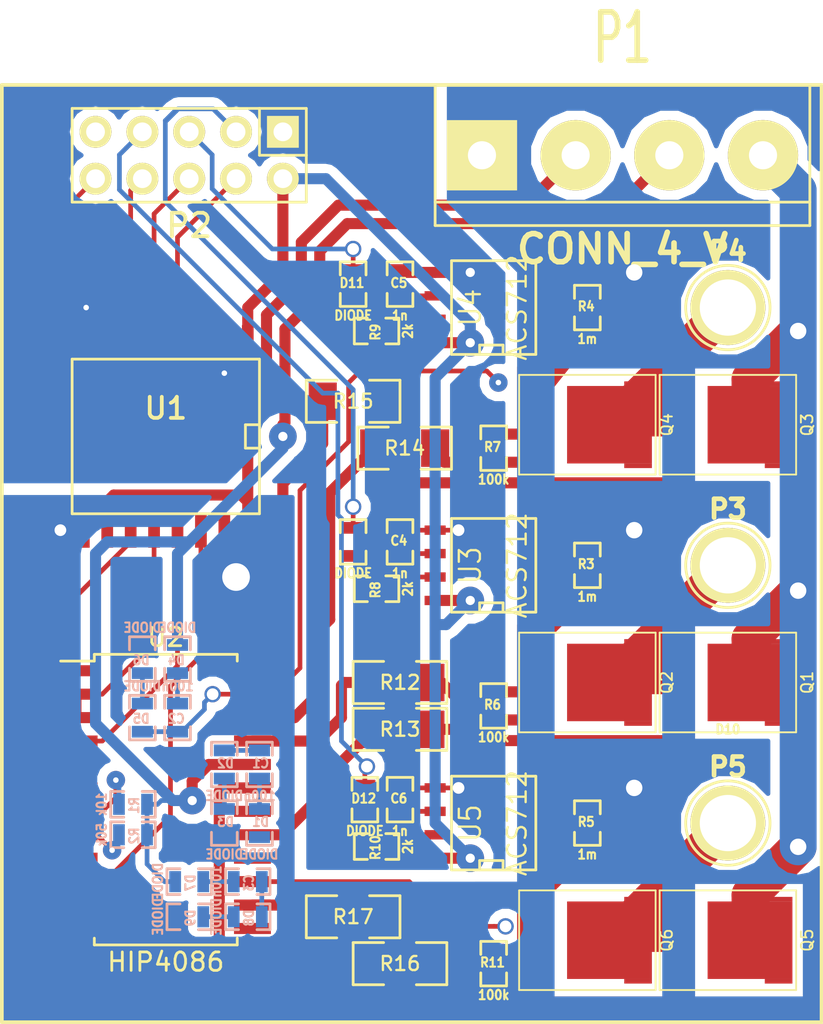
<source format=kicad_pcb>
(kicad_pcb (version 4) (host pcbnew "(2014-10-27 BZR 5228)-product")

  (general
    (links 138)
    (no_connects 49)
    (area 171.349999 24.51646 216.357667 80.745001)
    (thickness 1.6)
    (drawings 4)
    (tracks 327)
    (zones 0)
    (modules 51)
    (nets 56)
  )

  (page A4)
  (layers
    (0 F.Cu signal)
    (31 B.Cu signal)
    (32 B.Adhes user)
    (33 F.Adhes user)
    (34 B.Paste user)
    (35 F.Paste user)
    (36 B.SilkS user)
    (37 F.SilkS user)
    (38 B.Mask user)
    (39 F.Mask user)
    (40 Dwgs.User user)
    (41 Cmts.User user)
    (42 Eco1.User user)
    (43 Eco2.User user)
    (44 Edge.Cuts user)
    (45 Margin user)
    (46 B.CrtYd user)
    (47 F.CrtYd user)
    (48 B.Fab user)
    (49 F.Fab user)
  )

  (setup
    (last_trace_width 0.254)
    (user_trace_width 0.254)
    (user_trace_width 0.6)
    (user_trace_width 2)
    (trace_clearance 0.254)
    (zone_clearance 0.0254)
    (zone_45_only yes)
    (trace_min 0.2032)
    (segment_width 0.2)
    (edge_width 0.1)
    (via_size 0.889)
    (via_drill 0.635)
    (via_min_size 0.4064)
    (via_min_drill 0.2032)
    (user_via 1 0.3)
    (user_via 1.5 0.5)
    (user_via 2.2 1.5)
    (uvia_size 0.508)
    (uvia_drill 0.127)
    (uvias_allowed no)
    (uvia_min_size 0.508)
    (uvia_min_drill 0.127)
    (pcb_text_width 0.3)
    (pcb_text_size 1.5 1.5)
    (mod_edge_width 0.15)
    (mod_text_size 1 1)
    (mod_text_width 0.15)
    (pad_size 3.81 3.81)
    (pad_drill 1.524)
    (pad_to_mask_clearance 0)
    (aux_axis_origin 0 0)
    (visible_elements 7FFFFF7F)
    (pcbplotparams
      (layerselection 0x000f0_80000001)
      (usegerberextensions false)
      (excludeedgelayer true)
      (linewidth 0.100000)
      (plotframeref false)
      (viasonmask false)
      (mode 1)
      (useauxorigin false)
      (hpglpennumber 1)
      (hpglpenspeed 20)
      (hpglpendiameter 15)
      (hpglpenoverlay 2)
      (psnegative false)
      (psa4output false)
      (plotreference true)
      (plotvalue true)
      (plotinvisibletext false)
      (padsonsilk false)
      (subtractmaskfromsilk false)
      (outputformat 1)
      (mirror false)
      (drillshape 0)
      (scaleselection 1)
      (outputdirectory "Gerber Export/"))
  )

  (net 0 "")
  (net 1 +12V)
  (net 2 "Net-(D2-Pad1)")
  (net 3 /A)
  (net 4 GND)
  (net 5 "Net-(D5-Pad1)")
  (net 6 /B)
  (net 7 "Net-(D8-Pad1)")
  (net 8 /C)
  (net 9 "Net-(D10-Pad1)")
  (net 10 "Net-(D11-Pad1)")
  (net 11 "Net-(D12-Pad1)")
  (net 12 VPP)
  (net 13 /GAH)
  (net 14 /GAL)
  (net 15 /ALS)
  (net 16 /GBH)
  (net 17 /GBL)
  (net 18 /BLS)
  (net 19 /GCH)
  (net 20 /GCL)
  (net 21 /CLS)
  (net 22 +5V)
  (net 23 DGND)
  (net 24 +5VA)
  (net 25 "Net-(U1-Pad11)")
  (net 26 "Net-(U1-Pad12)")
  (net 27 "Net-(U1-Pad13)")
  (net 28 "Net-(U1-Pad14)")
  (net 29 "Net-(C1-Pad1)")
  (net 30 "Net-(C2-Pad1)")
  (net 31 "Net-(C3-Pad1)")
  (net 32 "Net-(C4-Pad1)")
  (net 33 "Net-(C5-Pad1)")
  (net 34 "Net-(C6-Pad1)")
  (net 35 "Net-(R1-Pad1)")
  (net 36 "Net-(R2-Pad1)")
  (net 37 "Net-(R8-Pad1)")
  (net 38 "Net-(R9-Pad1)")
  (net 39 "Net-(R10-Pad1)")
  (net 40 "Net-(Q1-PadG)")
  (net 41 "Net-(Q2-PadG)")
  (net 42 "Net-(Q3-PadG)")
  (net 43 "Net-(Q4-PadG)")
  (net 44 "Net-(Q5-PadG)")
  (net 45 "Net-(Q6-PadG)")
  (net 46 /VIA)
  (net 47 /VIB)
  (net 48 /VIC)
  (net 49 /INA)
  (net 50 /INB)
  (net 51 /INC)
  (net 52 "Net-(P2-Pad9)")
  (net 53 /IDIS)
  (net 54 "Net-(U1-Pad7)")
  (net 55 "Net-(U2-Pad9)")

  (net_class Default "Dies ist die voreingestellte Netzklasse."
    (clearance 0.254)
    (trace_width 0.254)
    (via_dia 0.889)
    (via_drill 0.635)
    (uvia_dia 0.508)
    (uvia_drill 0.127)
    (add_net /IDIS)
    (add_net /INA)
    (add_net /INB)
    (add_net /INC)
    (add_net /VIA)
    (add_net /VIB)
    (add_net /VIC)
    (add_net "Net-(P2-Pad9)")
    (add_net "Net-(U1-Pad7)")
    (add_net "Net-(U2-Pad9)")
  )

  (net_class "High Power" ""
    (clearance 0.5)
    (trace_width 2)
    (via_dia 2.2)
    (via_drill 1.5)
    (uvia_dia 0.508)
    (uvia_drill 0.127)
    (add_net /A)
    (add_net /ALS)
    (add_net /B)
    (add_net /BLS)
    (add_net /C)
    (add_net /CLS)
    (add_net GND)
    (add_net VPP)
  )

  (net_class "Low Power" ""
    (clearance 0.3)
    (trace_width 0.6)
    (via_dia 1.5)
    (via_drill 0.5)
    (uvia_dia 0.508)
    (uvia_drill 0.127)
    (add_net +12V)
    (add_net +5V)
    (add_net +5VA)
    (add_net /GAH)
    (add_net /GAL)
    (add_net /GBH)
    (add_net /GBL)
    (add_net /GCH)
    (add_net /GCL)
    (add_net DGND)
    (add_net "Net-(C1-Pad1)")
    (add_net "Net-(C2-Pad1)")
    (add_net "Net-(C3-Pad1)")
    (add_net "Net-(C4-Pad1)")
    (add_net "Net-(C5-Pad1)")
    (add_net "Net-(C6-Pad1)")
    (add_net "Net-(D2-Pad1)")
    (add_net "Net-(D5-Pad1)")
    (add_net "Net-(D8-Pad1)")
    (add_net "Net-(Q1-PadG)")
    (add_net "Net-(Q2-PadG)")
    (add_net "Net-(Q3-PadG)")
    (add_net "Net-(Q4-PadG)")
    (add_net "Net-(Q5-PadG)")
    (add_net "Net-(Q6-PadG)")
    (add_net "Net-(R1-Pad1)")
    (add_net "Net-(R2-Pad1)")
  )

  (net_class Signal ""
    (clearance 0.254)
    (trace_width 0.254)
    (via_dia 1)
    (via_drill 0.3)
    (uvia_dia 0.508)
    (uvia_drill 0.127)
    (add_net "Net-(D10-Pad1)")
    (add_net "Net-(D11-Pad1)")
    (add_net "Net-(D12-Pad1)")
    (add_net "Net-(R10-Pad1)")
    (add_net "Net-(R8-Pad1)")
    (add_net "Net-(R9-Pad1)")
    (add_net "Net-(U1-Pad11)")
    (add_net "Net-(U1-Pad12)")
    (add_net "Net-(U1-Pad13)")
    (add_net "Net-(U1-Pad14)")
  )

  (module NXP:SOT669_5b98489ea2fa4cc583322cef259052cd (layer F.Cu) (tedit 5481DB6B) (tstamp 548253C2)
    (at 210.82 62.23 270)
    (descr TODO)
    (path /547B553B)
    (fp_text reference Q1 (at 0 -4.3 270) (layer F.SilkS)
      (effects (font (size 0.625 0.625) (thickness 0.1)))
    )
    (fp_text value MOS_N (at 0 4.3 270) (layer F.SilkS) hide
      (effects (font (size 0.625 0.625) (thickness 0.1)))
    )
    (fp_line (start -2.7 -3.7) (end 2.7 -3.7) (layer F.SilkS) (width 0.1))
    (fp_line (start 2.7 -3.7) (end 2.7 3.7) (layer F.SilkS) (width 0.1))
    (fp_line (start -2.7 3.7) (end 2.7 3.7) (layer F.SilkS) (width 0.1))
    (fp_line (start -2.7 -3.7) (end -2.7 3.7) (layer F.SilkS) (width 0.1))
    (pad D smd rect (at 0 -1.2 270) (size 4.2 4.6) (layers F.Cu F.Paste F.Mask)
      (net 12 VPP))
    (pad D smd rect (at 2.225 -2.75 270) (size 0.25 1.5) (layers F.Cu F.Paste F.Mask)
      (net 12 VPP))
    (pad D smd rect (at -2.225 -2.75 270) (size 0.25 1.5) (layers F.Cu F.Paste F.Mask)
      (net 12 VPP))
    (pad S smd rect (at -1.905 2.725 270) (size 0.7 1.15) (layers F.Cu F.Paste F.Mask)
      (net 3 /A))
    (pad S smd rect (at -0.635 2.725 270) (size 0.7 1.15) (layers F.Cu F.Paste F.Mask)
      (net 3 /A))
    (pad S smd rect (at 0.635 2.725 270) (size 0.7 1.15) (layers F.Cu F.Paste F.Mask)
      (net 3 /A))
    (pad G smd rect (at 1.905 2.725 270) (size 0.7 1.15) (layers F.Cu F.Paste F.Mask)
      (net 40 "Net-(Q1-PadG)"))
  )

  (module NXP:SOT669_5b98489ea2fa4cc583322cef259052cd (layer F.Cu) (tedit 5481DB6B) (tstamp 548252EF)
    (at 210.82 76.2 270)
    (descr TODO)
    (path /547B5614)
    (fp_text reference Q5 (at 0 -4.3 270) (layer F.SilkS)
      (effects (font (size 0.625 0.625) (thickness 0.1)))
    )
    (fp_text value MOS_N (at 0 4.3 270) (layer F.SilkS) hide
      (effects (font (size 0.625 0.625) (thickness 0.1)))
    )
    (fp_line (start -2.7 -3.7) (end 2.7 -3.7) (layer F.SilkS) (width 0.1))
    (fp_line (start 2.7 -3.7) (end 2.7 3.7) (layer F.SilkS) (width 0.1))
    (fp_line (start -2.7 3.7) (end 2.7 3.7) (layer F.SilkS) (width 0.1))
    (fp_line (start -2.7 -3.7) (end -2.7 3.7) (layer F.SilkS) (width 0.1))
    (pad D smd rect (at 0 -1.2 270) (size 4.2 4.6) (layers F.Cu F.Paste F.Mask)
      (net 12 VPP))
    (pad D smd rect (at 2.225 -2.75 270) (size 0.25 1.5) (layers F.Cu F.Paste F.Mask)
      (net 12 VPP))
    (pad D smd rect (at -2.225 -2.75 270) (size 0.25 1.5) (layers F.Cu F.Paste F.Mask)
      (net 12 VPP))
    (pad S smd rect (at -1.905 2.725 270) (size 0.7 1.15) (layers F.Cu F.Paste F.Mask)
      (net 8 /C))
    (pad S smd rect (at -0.635 2.725 270) (size 0.7 1.15) (layers F.Cu F.Paste F.Mask)
      (net 8 /C))
    (pad S smd rect (at 0.635 2.725 270) (size 0.7 1.15) (layers F.Cu F.Paste F.Mask)
      (net 8 /C))
    (pad G smd rect (at 1.905 2.725 270) (size 0.7 1.15) (layers F.Cu F.Paste F.Mask)
      (net 44 "Net-(Q5-PadG)"))
  )

  (module NXP:SOT669_5b98489ea2fa4cc583322cef259052cd (layer F.Cu) (tedit 5481DB6B) (tstamp 548252FF)
    (at 203.2 76.2 270)
    (descr TODO)
    (path /547B564D)
    (fp_text reference Q6 (at 0 -4.3 270) (layer F.SilkS)
      (effects (font (size 0.625 0.625) (thickness 0.1)))
    )
    (fp_text value MOS_N (at 0 4.3 270) (layer F.SilkS) hide
      (effects (font (size 0.625 0.625) (thickness 0.1)))
    )
    (fp_line (start -2.7 -3.7) (end 2.7 -3.7) (layer F.SilkS) (width 0.1))
    (fp_line (start 2.7 -3.7) (end 2.7 3.7) (layer F.SilkS) (width 0.1))
    (fp_line (start -2.7 3.7) (end 2.7 3.7) (layer F.SilkS) (width 0.1))
    (fp_line (start -2.7 -3.7) (end -2.7 3.7) (layer F.SilkS) (width 0.1))
    (pad D smd rect (at 0 -1.2 270) (size 4.2 4.6) (layers F.Cu F.Paste F.Mask)
      (net 8 /C))
    (pad D smd rect (at 2.225 -2.75 270) (size 0.25 1.5) (layers F.Cu F.Paste F.Mask)
      (net 8 /C))
    (pad D smd rect (at -2.225 -2.75 270) (size 0.25 1.5) (layers F.Cu F.Paste F.Mask)
      (net 8 /C))
    (pad S smd rect (at -1.905 2.725 270) (size 0.7 1.15) (layers F.Cu F.Paste F.Mask)
      (net 21 /CLS))
    (pad S smd rect (at -0.635 2.725 270) (size 0.7 1.15) (layers F.Cu F.Paste F.Mask)
      (net 21 /CLS))
    (pad S smd rect (at 0.635 2.725 270) (size 0.7 1.15) (layers F.Cu F.Paste F.Mask)
      (net 21 /CLS))
    (pad G smd rect (at 1.905 2.725 270) (size 0.7 1.15) (layers F.Cu F.Paste F.Mask)
      (net 45 "Net-(Q6-PadG)"))
  )

  (module Pin_Headers:Pin_Header_Straight_2x05 (layer F.Cu) (tedit 54823A82) (tstamp 54825438)
    (at 181.61 33.655 180)
    (descr "Through hole pin header")
    (tags "pin header")
    (path /547FE3D7)
    (zone_connect 2)
    (fp_text reference P2 (at 0 -3.81 180) (layer F.SilkS)
      (effects (font (size 1.27 1.27) (thickness 0.2032)))
    )
    (fp_text value CONN_02X05 (at 0 0 180) (layer F.SilkS) hide
      (effects (font (size 1.27 1.27) (thickness 0.2032)))
    )
    (fp_line (start -6.35 -2.54) (end 6.35 -2.54) (layer F.SilkS) (width 0.15))
    (fp_line (start 6.35 -2.54) (end 6.35 2.54) (layer F.SilkS) (width 0.15))
    (fp_line (start 6.35 2.54) (end -3.81 2.54) (layer F.SilkS) (width 0.15))
    (fp_line (start -6.35 -2.54) (end -6.35 0) (layer F.SilkS) (width 0.15))
    (fp_line (start -6.35 2.54) (end -3.81 2.54) (layer F.SilkS) (width 0.15))
    (fp_line (start -6.35 0) (end -3.81 0) (layer F.SilkS) (width 0.15))
    (fp_line (start -3.81 0) (end -3.81 2.54) (layer F.SilkS) (width 0.15))
    (fp_line (start -6.35 2.54) (end -6.35 0) (layer F.SilkS) (width 0.15))
    (pad 1 thru_hole rect (at -5.08 1.27 180) (size 1.7272 1.7272) (drill 1.016) (layers *.Cu *.Mask F.SilkS)
      (net 23 DGND) (zone_connect 2))
    (pad 2 thru_hole oval (at -5.08 -1.27 180) (size 1.7272 1.7272) (drill 1.016) (layers *.Cu *.Mask F.SilkS)
      (net 22 +5V) (zone_connect 2))
    (pad 3 thru_hole oval (at -2.54 1.27 180) (size 1.7272 1.7272) (drill 1.016) (layers *.Cu *.Mask F.SilkS)
      (net 46 /VIA) (zone_connect 2))
    (pad 4 thru_hole oval (at -2.54 -1.27 180) (size 1.7272 1.7272) (drill 1.016) (layers *.Cu *.Mask F.SilkS)
      (net 49 /INA) (zone_connect 2))
    (pad 5 thru_hole oval (at 0 1.27 180) (size 1.7272 1.7272) (drill 1.016) (layers *.Cu *.Mask F.SilkS)
      (net 47 /VIB) (zone_connect 2))
    (pad 6 thru_hole oval (at 0 -1.27 180) (size 1.7272 1.7272) (drill 1.016) (layers *.Cu *.Mask F.SilkS)
      (net 50 /INB) (zone_connect 2))
    (pad 7 thru_hole oval (at 2.54 1.27 180) (size 1.7272 1.7272) (drill 1.016) (layers *.Cu *.Mask F.SilkS)
      (net 48 /VIC) (zone_connect 2))
    (pad 8 thru_hole oval (at 2.54 -1.27 180) (size 1.7272 1.7272) (drill 1.016) (layers *.Cu *.Mask F.SilkS)
      (net 51 /INC) (zone_connect 2))
    (pad 9 thru_hole oval (at 5.08 1.27 180) (size 1.7272 1.7272) (drill 1.016) (layers *.Cu *.Mask F.SilkS)
      (net 52 "Net-(P2-Pad9)") (zone_connect 2))
    (pad 10 thru_hole oval (at 5.08 -1.27 180) (size 1.7272 1.7272) (drill 1.016) (layers *.Cu *.Mask F.SilkS)
      (net 53 /IDIS) (zone_connect 2))
    (model Pin_Headers/Pin_Header_Straight_2x05.wrl
      (at (xyz 0 0 0))
      (scale (xyz 1 1 1))
      (rotate (xyz 0 0 0))
    )
  )

  (module Connect:bornier4 (layer F.Cu) (tedit 54824E7E) (tstamp 5482535D)
    (at 205.105 33.655)
    (descr "Bornier d'alimentation 4 pins")
    (tags DEV)
    (path /548022CB)
    (fp_text reference P1 (at 0 -6.35) (layer F.SilkS)
      (effects (font (size 2.6162 1.59766) (thickness 0.3048)))
    )
    (fp_text value CONN_4_V (at 0 5.08) (layer F.SilkS)
      (effects (font (thickness 0.3048)))
    )
    (fp_line (start -10.16 -3.81) (end -10.16 3.81) (layer F.SilkS) (width 0.15))
    (fp_line (start 10.16 3.81) (end 10.16 -3.81) (layer F.SilkS) (width 0.15))
    (fp_line (start 10.16 2.54) (end -10.16 2.54) (layer F.SilkS) (width 0.15))
    (fp_line (start -10.16 -3.81) (end 10.16 -3.81) (layer F.SilkS) (width 0.15))
    (fp_line (start -10.16 3.81) (end 10.16 3.81) (layer F.SilkS) (width 0.15))
    (pad 2 thru_hole circle (at -2.54 0) (size 3.81 3.81) (drill 1.524) (layers *.Cu *.Mask F.SilkS)
      (net 24 +5VA))
    (pad 3 thru_hole circle (at 2.54 0) (size 3.81 3.81) (drill 1.524) (layers *.Cu *.Mask F.SilkS)
      (net 1 +12V))
    (pad 1 thru_hole rect (at -7.62 0) (size 3.81 3.81) (drill 1.524) (layers *.Cu *.Mask F.SilkS)
      (net 4 GND) (zone_connect 2))
    (pad 4 thru_hole circle (at 7.62 0) (size 3.81 3.81) (drill 1.524) (layers *.Cu *.Mask F.SilkS)
      (net 12 VPP))
    (model Device/bornier_4.wrl
      (at (xyz 0 0 0))
      (scale (xyz 1 1 1))
      (rotate (xyz 0 0 0))
    )
  )

  (module SMD_Packages:SO-16-L (layer F.Cu) (tedit 5480D8C6) (tstamp 5482534F)
    (at 180.34 48.895 180)
    (path /5480368F)
    (zone_connect 2)
    (attr smd)
    (fp_text reference U1 (at 0 1.524 180) (layer F.SilkS)
      (effects (font (size 1.143 1.143) (thickness 0.2032)))
    )
    (fp_text value ISO7240 (at 0.381 -1.905 180) (layer F.SilkS) hide
      (effects (font (size 1.143 1.143) (thickness 0.2032)))
    )
    (fp_line (start 5.08 4.191) (end -5.08 4.191) (layer F.SilkS) (width 0.15))
    (fp_line (start -5.08 4.191) (end -5.08 -4.191) (layer F.SilkS) (width 0.15))
    (fp_line (start -5.08 -4.191) (end 5.08 -4.191) (layer F.SilkS) (width 0.15))
    (fp_line (start 5.08 -4.191) (end 5.08 4.191) (layer F.SilkS) (width 0.15))
    (fp_line (start -5.08 -0.635) (end -4.318 -0.635) (layer F.SilkS) (width 0.15))
    (fp_line (start -4.318 -0.635) (end -4.318 0.635) (layer F.SilkS) (width 0.15))
    (fp_line (start -4.318 0.635) (end -5.08 0.635) (layer F.SilkS) (width 0.15))
    (pad 1 smd rect (at -4.445 5.08 180) (size 0.635 1.905) (layers F.Cu F.Paste F.Mask)
      (net 22 +5V) (zone_connect 2))
    (pad 2 smd rect (at -3.175 5.08 180) (size 0.635 1.905) (layers F.Cu F.Paste F.Mask)
      (net 23 DGND) (zone_connect 2))
    (pad 3 smd rect (at -1.905 5.08 180) (size 0.635 1.905) (layers F.Cu F.Paste F.Mask)
      (net 53 /IDIS) (zone_connect 2))
    (pad 4 smd rect (at -0.635 5.08 180) (size 0.635 1.905) (layers F.Cu F.Paste F.Mask)
      (net 49 /INA) (zone_connect 2))
    (pad 5 smd rect (at 0.635 5.08 180) (size 0.635 1.905) (layers F.Cu F.Paste F.Mask)
      (net 50 /INB) (zone_connect 2))
    (pad 6 smd rect (at 1.905 5.08 180) (size 0.635 1.905) (layers F.Cu F.Paste F.Mask)
      (net 51 /INC) (zone_connect 2))
    (pad 7 smd rect (at 3.175 5.08 180) (size 0.635 1.905) (layers F.Cu F.Paste F.Mask)
      (net 54 "Net-(U1-Pad7)") (zone_connect 2))
    (pad 8 smd rect (at 4.445 5.08 180) (size 0.635 1.905) (layers F.Cu F.Paste F.Mask)
      (net 23 DGND) (zone_connect 2))
    (pad 9 smd rect (at 4.445 -5.08 180) (size 0.635 1.905) (layers F.Cu F.Paste F.Mask)
      (net 4 GND) (zone_connect 2))
    (pad 10 smd rect (at 3.175 -5.08 180) (size 0.635 1.905) (layers F.Cu F.Paste F.Mask)
      (net 24 +5VA) (zone_connect 2))
    (pad 11 smd rect (at 1.905 -5.08 180) (size 0.635 1.905) (layers F.Cu F.Paste F.Mask)
      (net 25 "Net-(U1-Pad11)") (zone_connect 2))
    (pad 12 smd rect (at 0.635 -5.08 180) (size 0.635 1.905) (layers F.Cu F.Paste F.Mask)
      (net 26 "Net-(U1-Pad12)") (zone_connect 2))
    (pad 13 smd rect (at -0.635 -5.08 180) (size 0.635 1.905) (layers F.Cu F.Paste F.Mask)
      (net 27 "Net-(U1-Pad13)") (zone_connect 2))
    (pad 14 smd rect (at -1.905 -5.08 180) (size 0.635 1.905) (layers F.Cu F.Paste F.Mask)
      (net 28 "Net-(U1-Pad14)") (zone_connect 2))
    (pad 15 smd rect (at -3.175 -5.08 180) (size 0.635 1.905) (layers F.Cu F.Paste F.Mask)
      (net 4 GND) (zone_connect 2))
    (pad 16 smd rect (at -4.445 -5.08 180) (size 0.635 1.905) (layers F.Cu F.Paste F.Mask)
      (net 24 +5VA) (zone_connect 2))
    (model smd/cms_so16.wrl
      (at (xyz 0 0 0))
      (scale (xyz 0.5 0.6 0.5))
      (rotate (xyz 0 0 0))
    )
  )

  (module SMD_Packages:SMD-0603_r (layer F.Cu) (tedit 5480D8C6) (tstamp 548251BF)
    (at 198.12 63.5 90)
    (path /547F6359)
    (attr smd)
    (fp_text reference R6 (at 0.0635 -0.0635 180) (layer F.SilkS)
      (effects (font (size 0.50038 0.4572) (thickness 0.1143)))
    )
    (fp_text value 100k (at -1.69926 0 180) (layer F.SilkS)
      (effects (font (size 0.508 0.4572) (thickness 0.1143)))
    )
    (fp_line (start -0.50038 -0.6985) (end -1.2065 -0.6985) (layer F.SilkS) (width 0.15))
    (fp_line (start -1.2065 -0.6985) (end -1.2065 0.6985) (layer F.SilkS) (width 0.15))
    (fp_line (start -1.2065 0.6985) (end -0.50038 0.6985) (layer F.SilkS) (width 0.15))
    (fp_line (start 1.2065 -0.6985) (end 0.50038 -0.6985) (layer F.SilkS) (width 0.15))
    (fp_line (start 1.2065 -0.6985) (end 1.2065 0.6985) (layer F.SilkS) (width 0.15))
    (fp_line (start 1.2065 0.6985) (end 0.50038 0.6985) (layer F.SilkS) (width 0.15))
    (pad 1 smd rect (at -0.762 0 90) (size 0.635 1.143) (layers F.Cu F.Paste F.Mask)
      (net 41 "Net-(Q2-PadG)"))
    (pad 2 smd rect (at 0.762 0 90) (size 0.635 1.143) (layers F.Cu F.Paste F.Mask)
      (net 15 /ALS))
    (model smd\resistors\R0603.wrl
      (at (xyz 0 0 0.001))
      (scale (xyz 0.5 0.5 0.5))
      (rotate (xyz 0 0 0))
    )
  )

  (module SMD_Packages:SMD-1206 (layer F.Cu) (tedit 5481EBF7) (tstamp 54825445)
    (at 193.294 49.53)
    (path /548210F9)
    (attr smd)
    (fp_text reference R14 (at 0 0) (layer F.SilkS)
      (effects (font (size 0.762 0.762) (thickness 0.127)))
    )
    (fp_text value 0 (at 0 0) (layer F.SilkS) hide
      (effects (font (size 0.762 0.762) (thickness 0.127)))
    )
    (fp_line (start -2.54 -1.143) (end -2.54 1.143) (layer F.SilkS) (width 0.15))
    (fp_line (start -2.54 1.143) (end -0.889 1.143) (layer F.SilkS) (width 0.15))
    (fp_line (start 0.889 -1.143) (end 2.54 -1.143) (layer F.SilkS) (width 0.15))
    (fp_line (start 2.54 -1.143) (end 2.54 1.143) (layer F.SilkS) (width 0.15))
    (fp_line (start 2.54 1.143) (end 0.889 1.143) (layer F.SilkS) (width 0.15))
    (fp_line (start -0.889 -1.143) (end -2.54 -1.143) (layer F.SilkS) (width 0.15))
    (pad 1 smd rect (at -1.651 0) (size 1.524 2.032) (layers F.Cu F.Paste F.Mask)
      (net 17 /GBL))
    (pad 2 smd rect (at 1.651 0) (size 1.524 2.032) (layers F.Cu F.Paste F.Mask)
      (net 43 "Net-(Q4-PadG)"))
    (model smd/chip_cms.wrl
      (at (xyz 0 0 0))
      (scale (xyz 0.17 0.16 0.16))
      (rotate (xyz 0 0 0))
    )
  )

  (module SMD_Packages:SOIC-8-N (layer F.Cu) (tedit 5480D8C6) (tstamp 548253A5)
    (at 198.12 41.91 90)
    (descr "Module Narrow CMS SOJ 8 pins large")
    (tags "CMS SOJ")
    (path /547E639C)
    (attr smd)
    (fp_text reference U4 (at 0 -1.27 90) (layer F.SilkS)
      (effects (font (size 1.143 1.016) (thickness 0.127)))
    )
    (fp_text value ACS712 (at 0 1.27 90) (layer F.SilkS)
      (effects (font (size 1.016 1.016) (thickness 0.127)))
    )
    (fp_line (start -2.54 -2.286) (end 2.54 -2.286) (layer F.SilkS) (width 0.15))
    (fp_line (start 2.54 -2.286) (end 2.54 2.286) (layer F.SilkS) (width 0.15))
    (fp_line (start 2.54 2.286) (end -2.54 2.286) (layer F.SilkS) (width 0.15))
    (fp_line (start -2.54 2.286) (end -2.54 -2.286) (layer F.SilkS) (width 0.15))
    (fp_line (start -2.54 -0.762) (end -2.032 -0.762) (layer F.SilkS) (width 0.15))
    (fp_line (start -2.032 -0.762) (end -2.032 0.508) (layer F.SilkS) (width 0.15))
    (fp_line (start -2.032 0.508) (end -2.54 0.508) (layer F.SilkS) (width 0.15))
    (pad 8 smd rect (at -1.905 -3.175 90) (size 0.508 1.143) (layers F.Cu F.Paste F.Mask)
      (net 22 +5V))
    (pad 7 smd rect (at -0.635 -3.175 90) (size 0.508 1.143) (layers F.Cu F.Paste F.Mask)
      (net 38 "Net-(R9-Pad1)"))
    (pad 6 smd rect (at 0.635 -3.175 90) (size 0.508 1.143) (layers F.Cu F.Paste F.Mask)
      (net 33 "Net-(C5-Pad1)"))
    (pad 5 smd rect (at 1.905 -3.175 90) (size 0.508 1.143) (layers F.Cu F.Paste F.Mask)
      (net 23 DGND))
    (pad 4 smd rect (at 1.905 3.175 90) (size 0.508 1.143) (layers F.Cu F.Paste F.Mask)
      (net 4 GND))
    (pad 3 smd rect (at 0.635 3.175 90) (size 0.508 1.143) (layers F.Cu F.Paste F.Mask)
      (net 4 GND))
    (pad 2 smd rect (at -0.635 3.175 90) (size 0.508 1.143) (layers F.Cu F.Paste F.Mask)
      (net 18 /BLS))
    (pad 1 smd rect (at -1.905 3.175 90) (size 0.508 1.143) (layers F.Cu F.Paste F.Mask)
      (net 18 /BLS))
    (model smd/cms_so8.wrl
      (at (xyz 0 0 0))
      (scale (xyz 0.5 0.38 0.5))
      (rotate (xyz 0 0 0))
    )
  )

  (module NXP:SOT669_5b98489ea2fa4cc583322cef259052cd (layer F.Cu) (tedit 5481DB6B) (tstamp 5482536D)
    (at 203.2 48.26 270)
    (descr TODO)
    (path /547B55E0)
    (fp_text reference Q4 (at 0 -4.3 270) (layer F.SilkS)
      (effects (font (size 0.625 0.625) (thickness 0.1)))
    )
    (fp_text value MOS_N (at 0 4.3 270) (layer F.SilkS) hide
      (effects (font (size 0.625 0.625) (thickness 0.1)))
    )
    (fp_line (start -2.7 -3.7) (end 2.7 -3.7) (layer F.SilkS) (width 0.1))
    (fp_line (start 2.7 -3.7) (end 2.7 3.7) (layer F.SilkS) (width 0.1))
    (fp_line (start -2.7 3.7) (end 2.7 3.7) (layer F.SilkS) (width 0.1))
    (fp_line (start -2.7 -3.7) (end -2.7 3.7) (layer F.SilkS) (width 0.1))
    (pad D smd rect (at 0 -1.2 270) (size 4.2 4.6) (layers F.Cu F.Paste F.Mask)
      (net 6 /B))
    (pad D smd rect (at 2.225 -2.75 270) (size 0.25 1.5) (layers F.Cu F.Paste F.Mask)
      (net 6 /B))
    (pad D smd rect (at -2.225 -2.75 270) (size 0.25 1.5) (layers F.Cu F.Paste F.Mask)
      (net 6 /B))
    (pad S smd rect (at -1.905 2.725 270) (size 0.7 1.15) (layers F.Cu F.Paste F.Mask)
      (net 18 /BLS))
    (pad S smd rect (at -0.635 2.725 270) (size 0.7 1.15) (layers F.Cu F.Paste F.Mask)
      (net 18 /BLS))
    (pad S smd rect (at 0.635 2.725 270) (size 0.7 1.15) (layers F.Cu F.Paste F.Mask)
      (net 18 /BLS))
    (pad G smd rect (at 1.905 2.725 270) (size 0.7 1.15) (layers F.Cu F.Paste F.Mask)
      (net 43 "Net-(Q4-PadG)"))
  )

  (module Connect:1pin (layer F.Cu) (tedit 5480F0FC) (tstamp 54825381)
    (at 210.82 41.91)
    (descr "module 1 pin (ou trou mecanique de percage)")
    (tags DEV)
    (path /5480FEB8)
    (fp_text reference P4 (at 0 -3.048) (layer F.SilkS)
      (effects (font (size 1.016 1.016) (thickness 0.254)))
    )
    (fp_text value CONN_01X01 (at 0 2.794) (layer F.SilkS) hide
      (effects (font (size 1.016 1.016) (thickness 0.254)))
    )
    (fp_circle (center 0 0) (end 0 -2.286) (layer F.SilkS) (width 0.15))
    (pad 1 thru_hole circle (at 0 0) (size 4.064 4.064) (drill 3.048) (layers *.Cu *.Mask F.SilkS)
      (net 6 /B))
  )

  (module NXP:SOT669_5b98489ea2fa4cc583322cef259052cd (layer F.Cu) (tedit 5481DB6B) (tstamp 54825391)
    (at 210.82 48.26 270)
    (descr TODO)
    (path /547B55AF)
    (fp_text reference Q3 (at 0 -4.3 270) (layer F.SilkS)
      (effects (font (size 0.625 0.625) (thickness 0.1)))
    )
    (fp_text value MOS_N (at 0 4.3 270) (layer F.SilkS) hide
      (effects (font (size 0.625 0.625) (thickness 0.1)))
    )
    (fp_line (start -2.7 -3.7) (end 2.7 -3.7) (layer F.SilkS) (width 0.1))
    (fp_line (start 2.7 -3.7) (end 2.7 3.7) (layer F.SilkS) (width 0.1))
    (fp_line (start -2.7 3.7) (end 2.7 3.7) (layer F.SilkS) (width 0.1))
    (fp_line (start -2.7 -3.7) (end -2.7 3.7) (layer F.SilkS) (width 0.1))
    (pad D smd rect (at 0 -1.2 270) (size 4.2 4.6) (layers F.Cu F.Paste F.Mask)
      (net 12 VPP))
    (pad D smd rect (at 2.225 -2.75 270) (size 0.25 1.5) (layers F.Cu F.Paste F.Mask)
      (net 12 VPP))
    (pad D smd rect (at -2.225 -2.75 270) (size 0.25 1.5) (layers F.Cu F.Paste F.Mask)
      (net 12 VPP))
    (pad S smd rect (at -1.905 2.725 270) (size 0.7 1.15) (layers F.Cu F.Paste F.Mask)
      (net 6 /B))
    (pad S smd rect (at -0.635 2.725 270) (size 0.7 1.15) (layers F.Cu F.Paste F.Mask)
      (net 6 /B))
    (pad S smd rect (at 0.635 2.725 270) (size 0.7 1.15) (layers F.Cu F.Paste F.Mask)
      (net 6 /B))
    (pad G smd rect (at 1.905 2.725 270) (size 0.7 1.15) (layers F.Cu F.Paste F.Mask)
      (net 42 "Net-(Q3-PadG)"))
  )

  (module NXP:SOT669_5b98489ea2fa4cc583322cef259052cd (layer F.Cu) (tedit 5481DB6B) (tstamp 548253F3)
    (at 203.2 62.23 270)
    (descr TODO)
    (path /547B54F3)
    (fp_text reference Q2 (at 0 -4.3 270) (layer F.SilkS)
      (effects (font (size 0.625 0.625) (thickness 0.1)))
    )
    (fp_text value MOS_N (at 0 4.3 270) (layer F.SilkS) hide
      (effects (font (size 0.625 0.625) (thickness 0.1)))
    )
    (fp_line (start -2.7 -3.7) (end 2.7 -3.7) (layer F.SilkS) (width 0.1))
    (fp_line (start 2.7 -3.7) (end 2.7 3.7) (layer F.SilkS) (width 0.1))
    (fp_line (start -2.7 3.7) (end 2.7 3.7) (layer F.SilkS) (width 0.1))
    (fp_line (start -2.7 -3.7) (end -2.7 3.7) (layer F.SilkS) (width 0.1))
    (pad D smd rect (at 0 -1.2 270) (size 4.2 4.6) (layers F.Cu F.Paste F.Mask)
      (net 3 /A))
    (pad D smd rect (at 2.225 -2.75 270) (size 0.25 1.5) (layers F.Cu F.Paste F.Mask)
      (net 3 /A))
    (pad D smd rect (at -2.225 -2.75 270) (size 0.25 1.5) (layers F.Cu F.Paste F.Mask)
      (net 3 /A))
    (pad S smd rect (at -1.905 2.725 270) (size 0.7 1.15) (layers F.Cu F.Paste F.Mask)
      (net 15 /ALS))
    (pad S smd rect (at -0.635 2.725 270) (size 0.7 1.15) (layers F.Cu F.Paste F.Mask)
      (net 15 /ALS))
    (pad S smd rect (at 0.635 2.725 270) (size 0.7 1.15) (layers F.Cu F.Paste F.Mask)
      (net 15 /ALS))
    (pad G smd rect (at 1.905 2.725 270) (size 0.7 1.15) (layers F.Cu F.Paste F.Mask)
      (net 41 "Net-(Q2-PadG)"))
  )

  (module Housings_SOIC:SOIC-24_7.5x15.4mm_Pitch1.27mm (layer F.Cu) (tedit 54130A77) (tstamp 5482528A)
    (at 180.34 68.58)
    (descr "24-Lead Plastic Small Outline (SO) - Wide, 7.50 mm Body [SOIC] (see Microchip Packaging Specification 00000049BS.pdf)")
    (tags "SOIC 1.27")
    (path /547B5434)
    (attr smd)
    (fp_text reference U2 (at 0 -8.8) (layer F.SilkS)
      (effects (font (size 1 1) (thickness 0.15)))
    )
    (fp_text value HIP4086 (at 0 8.8) (layer F.SilkS)
      (effects (font (size 1 1) (thickness 0.15)))
    )
    (fp_line (start -5.95 -8.05) (end -5.95 8.05) (layer F.CrtYd) (width 0.05))
    (fp_line (start 5.95 -8.05) (end 5.95 8.05) (layer F.CrtYd) (width 0.05))
    (fp_line (start -5.95 -8.05) (end 5.95 -8.05) (layer F.CrtYd) (width 0.05))
    (fp_line (start -5.95 8.05) (end 5.95 8.05) (layer F.CrtYd) (width 0.05))
    (fp_line (start -3.875 -7.875) (end -3.875 -7.51) (layer F.SilkS) (width 0.15))
    (fp_line (start 3.875 -7.875) (end 3.875 -7.51) (layer F.SilkS) (width 0.15))
    (fp_line (start 3.875 7.875) (end 3.875 7.51) (layer F.SilkS) (width 0.15))
    (fp_line (start -3.875 7.875) (end -3.875 7.51) (layer F.SilkS) (width 0.15))
    (fp_line (start -3.875 -7.875) (end 3.875 -7.875) (layer F.SilkS) (width 0.15))
    (fp_line (start -3.875 7.875) (end 3.875 7.875) (layer F.SilkS) (width 0.15))
    (fp_line (start -3.875 -7.51) (end -5.7 -7.51) (layer F.SilkS) (width 0.15))
    (pad 1 smd rect (at -4.7 -6.985) (size 2 0.6) (layers F.Cu F.Paste F.Mask)
      (net 30 "Net-(C2-Pad1)"))
    (pad 2 smd rect (at -4.7 -5.715) (size 2 0.6) (layers F.Cu F.Paste F.Mask)
      (net 26 "Net-(U1-Pad12)"))
    (pad 3 smd rect (at -4.7 -4.445) (size 2 0.6) (layers F.Cu F.Paste F.Mask)
      (net 26 "Net-(U1-Pad12)"))
    (pad 4 smd rect (at -4.7 -3.175) (size 2 0.6) (layers F.Cu F.Paste F.Mask)
      (net 27 "Net-(U1-Pad13)"))
    (pad 5 smd rect (at -4.7 -1.905) (size 2 0.6) (layers F.Cu F.Paste F.Mask)
      (net 27 "Net-(U1-Pad13)"))
    (pad 6 smd rect (at -4.7 -0.635) (size 2 0.6) (layers F.Cu F.Paste F.Mask)
      (net 4 GND))
    (pad 7 smd rect (at -4.7 0.635) (size 2 0.6) (layers F.Cu F.Paste F.Mask)
      (net 35 "Net-(R1-Pad1)"))
    (pad 8 smd rect (at -4.7 1.905) (size 2 0.6) (layers F.Cu F.Paste F.Mask)
      (net 36 "Net-(R2-Pad1)"))
    (pad 9 smd rect (at -4.7 3.175) (size 2 0.6) (layers F.Cu F.Paste F.Mask)
      (net 55 "Net-(U2-Pad9)"))
    (pad 10 smd rect (at -4.7 4.445) (size 2 0.6) (layers F.Cu F.Paste F.Mask)
      (net 28 "Net-(U1-Pad14)"))
    (pad 11 smd rect (at -4.7 5.715) (size 2 0.6) (layers F.Cu F.Paste F.Mask)
      (net 25 "Net-(U1-Pad11)"))
    (pad 12 smd rect (at -4.7 6.985) (size 2 0.6) (layers F.Cu F.Paste F.Mask)
      (net 25 "Net-(U1-Pad11)"))
    (pad 13 smd rect (at 4.7 6.985) (size 2 0.6) (layers F.Cu F.Paste F.Mask)
      (net 31 "Net-(C3-Pad1)"))
    (pad 14 smd rect (at 4.7 5.715) (size 2 0.6) (layers F.Cu F.Paste F.Mask)
      (net 19 /GCH))
    (pad 15 smd rect (at 4.7 4.445) (size 2 0.6) (layers F.Cu F.Paste F.Mask)
      (net 8 /C))
    (pad 16 smd rect (at 4.7 3.175) (size 2 0.6) (layers F.Cu F.Paste F.Mask)
      (net 29 "Net-(C1-Pad1)"))
    (pad 17 smd rect (at 4.7 1.905) (size 2 0.6) (layers F.Cu F.Paste F.Mask)
      (net 13 /GAH))
    (pad 18 smd rect (at 4.7 0.635) (size 2 0.6) (layers F.Cu F.Paste F.Mask)
      (net 3 /A))
    (pad 19 smd rect (at 4.7 -0.635) (size 2 0.6) (layers F.Cu F.Paste F.Mask)
      (net 20 /GCL))
    (pad 20 smd rect (at 4.7 -1.905) (size 2 0.6) (layers F.Cu F.Paste F.Mask)
      (net 1 +12V))
    (pad 21 smd rect (at 4.7 -3.175) (size 2 0.6) (layers F.Cu F.Paste F.Mask)
      (net 14 /GAL))
    (pad 22 smd rect (at 4.7 -4.445) (size 2 0.6) (layers F.Cu F.Paste F.Mask)
      (net 17 /GBL))
    (pad 23 smd rect (at 4.7 -5.715) (size 2 0.6) (layers F.Cu F.Paste F.Mask)
      (net 6 /B))
    (pad 24 smd rect (at 4.7 -6.985) (size 2 0.6) (layers F.Cu F.Paste F.Mask)
      (net 16 /GBH))
    (model Housings_SOIC/SOIC-24_7.5x15.4mm_Pitch1.27mm.wrl
      (at (xyz 0 0 0))
      (scale (xyz 1 1 1))
      (rotate (xyz 0 0 0))
    )
  )

  (module SMD_Packages:SMD-1206 (layer F.Cu) (tedit 5481EBF7) (tstamp 5482522E)
    (at 193.04 62.23)
    (path /5481FBF3)
    (attr smd)
    (fp_text reference R12 (at 0 0) (layer F.SilkS)
      (effects (font (size 0.762 0.762) (thickness 0.127)))
    )
    (fp_text value 0 (at 0 0) (layer F.SilkS) hide
      (effects (font (size 0.762 0.762) (thickness 0.127)))
    )
    (fp_line (start -2.54 -1.143) (end -2.54 1.143) (layer F.SilkS) (width 0.15))
    (fp_line (start -2.54 1.143) (end -0.889 1.143) (layer F.SilkS) (width 0.15))
    (fp_line (start 0.889 -1.143) (end 2.54 -1.143) (layer F.SilkS) (width 0.15))
    (fp_line (start 2.54 -1.143) (end 2.54 1.143) (layer F.SilkS) (width 0.15))
    (fp_line (start 2.54 1.143) (end 0.889 1.143) (layer F.SilkS) (width 0.15))
    (fp_line (start -0.889 -1.143) (end -2.54 -1.143) (layer F.SilkS) (width 0.15))
    (pad 1 smd rect (at -1.651 0) (size 1.524 2.032) (layers F.Cu F.Paste F.Mask)
      (net 14 /GAL))
    (pad 2 smd rect (at 1.651 0) (size 1.524 2.032) (layers F.Cu F.Paste F.Mask)
      (net 41 "Net-(Q2-PadG)"))
    (model smd/chip_cms.wrl
      (at (xyz 0 0 0))
      (scale (xyz 0.17 0.16 0.16))
      (rotate (xyz 0 0 0))
    )
  )

  (module Connect:1pin (layer F.Cu) (tedit 5480F0FC) (tstamp 548252DF)
    (at 210.82 69.85)
    (descr "module 1 pin (ou trou mecanique de percage)")
    (tags DEV)
    (path /5480FF0C)
    (fp_text reference P5 (at 0 -3.048) (layer F.SilkS)
      (effects (font (size 1.016 1.016) (thickness 0.254)))
    )
    (fp_text value CONN_01X01 (at 0 2.794) (layer F.SilkS) hide
      (effects (font (size 1.016 1.016) (thickness 0.254)))
    )
    (fp_circle (center 0 0) (end 0 -2.286) (layer F.SilkS) (width 0.15))
    (pad 1 thru_hole circle (at 0 0) (size 4.064 4.064) (drill 3.048) (layers *.Cu *.Mask F.SilkS)
      (net 8 /C))
  )

  (module SMD_Packages:SMD-0603_r (layer B.Cu) (tedit 5480D8C6) (tstamp 54825221)
    (at 185.42 66.675 90)
    (path /547BB85B)
    (attr smd)
    (fp_text reference C1 (at 0.0635 0.0635 360) (layer B.SilkS)
      (effects (font (size 0.50038 0.4572) (thickness 0.1143)) (justify mirror))
    )
    (fp_text value 100n (at -1.69926 0 360) (layer B.SilkS)
      (effects (font (size 0.508 0.4572) (thickness 0.1143)) (justify mirror))
    )
    (fp_line (start -0.50038 0.6985) (end -1.2065 0.6985) (layer B.SilkS) (width 0.15))
    (fp_line (start -1.2065 0.6985) (end -1.2065 -0.6985) (layer B.SilkS) (width 0.15))
    (fp_line (start -1.2065 -0.6985) (end -0.50038 -0.6985) (layer B.SilkS) (width 0.15))
    (fp_line (start 1.2065 0.6985) (end 0.50038 0.6985) (layer B.SilkS) (width 0.15))
    (fp_line (start 1.2065 0.6985) (end 1.2065 -0.6985) (layer B.SilkS) (width 0.15))
    (fp_line (start 1.2065 -0.6985) (end 0.50038 -0.6985) (layer B.SilkS) (width 0.15))
    (pad 1 smd rect (at -0.762 0 90) (size 0.635 1.143) (layers B.Cu B.Paste B.Mask)
      (net 29 "Net-(C1-Pad1)"))
    (pad 2 smd rect (at 0.762 0 90) (size 0.635 1.143) (layers B.Cu B.Paste B.Mask)
      (net 3 /A))
    (model smd\resistors\R0603.wrl
      (at (xyz 0 0 0.001))
      (scale (xyz 0.5 0.5 0.5))
      (rotate (xyz 0 0 0))
    )
  )

  (module SMD_Packages:SMD-0603_r (layer B.Cu) (tedit 5480D8C6) (tstamp 54825326)
    (at 180.975 64.135 270)
    (path /547BB91F)
    (attr smd)
    (fp_text reference C2 (at 0.0635 0.0635 540) (layer B.SilkS)
      (effects (font (size 0.50038 0.4572) (thickness 0.1143)) (justify mirror))
    )
    (fp_text value 100n (at -1.69926 0 540) (layer B.SilkS)
      (effects (font (size 0.508 0.4572) (thickness 0.1143)) (justify mirror))
    )
    (fp_line (start -0.50038 0.6985) (end -1.2065 0.6985) (layer B.SilkS) (width 0.15))
    (fp_line (start -1.2065 0.6985) (end -1.2065 -0.6985) (layer B.SilkS) (width 0.15))
    (fp_line (start -1.2065 -0.6985) (end -0.50038 -0.6985) (layer B.SilkS) (width 0.15))
    (fp_line (start 1.2065 0.6985) (end 0.50038 0.6985) (layer B.SilkS) (width 0.15))
    (fp_line (start 1.2065 0.6985) (end 1.2065 -0.6985) (layer B.SilkS) (width 0.15))
    (fp_line (start 1.2065 -0.6985) (end 0.50038 -0.6985) (layer B.SilkS) (width 0.15))
    (pad 1 smd rect (at -0.762 0 270) (size 0.635 1.143) (layers B.Cu B.Paste B.Mask)
      (net 30 "Net-(C2-Pad1)"))
    (pad 2 smd rect (at 0.762 0 270) (size 0.635 1.143) (layers B.Cu B.Paste B.Mask)
      (net 6 /B))
    (model smd\resistors\R0603.wrl
      (at (xyz 0 0 0.001))
      (scale (xyz 0.5 0.5 0.5))
      (rotate (xyz 0 0 0))
    )
  )

  (module SMD_Packages:SMD-0603_r (layer B.Cu) (tedit 5480D8C6) (tstamp 54825248)
    (at 184.785 73.025)
    (path /547BB94A)
    (attr smd)
    (fp_text reference C3 (at 0.0635 0.0635 270) (layer B.SilkS)
      (effects (font (size 0.50038 0.4572) (thickness 0.1143)) (justify mirror))
    )
    (fp_text value 100n (at -1.69926 0 270) (layer B.SilkS)
      (effects (font (size 0.508 0.4572) (thickness 0.1143)) (justify mirror))
    )
    (fp_line (start -0.50038 0.6985) (end -1.2065 0.6985) (layer B.SilkS) (width 0.15))
    (fp_line (start -1.2065 0.6985) (end -1.2065 -0.6985) (layer B.SilkS) (width 0.15))
    (fp_line (start -1.2065 -0.6985) (end -0.50038 -0.6985) (layer B.SilkS) (width 0.15))
    (fp_line (start 1.2065 0.6985) (end 0.50038 0.6985) (layer B.SilkS) (width 0.15))
    (fp_line (start 1.2065 0.6985) (end 1.2065 -0.6985) (layer B.SilkS) (width 0.15))
    (fp_line (start 1.2065 -0.6985) (end 0.50038 -0.6985) (layer B.SilkS) (width 0.15))
    (pad 1 smd rect (at -0.762 0) (size 0.635 1.143) (layers B.Cu B.Paste B.Mask)
      (net 31 "Net-(C3-Pad1)"))
    (pad 2 smd rect (at 0.762 0) (size 0.635 1.143) (layers B.Cu B.Paste B.Mask)
      (net 8 /C))
    (model smd\resistors\R0603.wrl
      (at (xyz 0 0 0.001))
      (scale (xyz 0.5 0.5 0.5))
      (rotate (xyz 0 0 0))
    )
  )

  (module SMD_Packages:SMD-0603_r (layer F.Cu) (tedit 5480D8C6) (tstamp 5482546C)
    (at 193.04 40.64 90)
    (path /547E63A4)
    (attr smd)
    (fp_text reference C5 (at 0.0635 -0.0635 180) (layer F.SilkS)
      (effects (font (size 0.50038 0.4572) (thickness 0.1143)))
    )
    (fp_text value 1n (at -1.69926 0 180) (layer F.SilkS)
      (effects (font (size 0.508 0.4572) (thickness 0.1143)))
    )
    (fp_line (start -0.50038 -0.6985) (end -1.2065 -0.6985) (layer F.SilkS) (width 0.15))
    (fp_line (start -1.2065 -0.6985) (end -1.2065 0.6985) (layer F.SilkS) (width 0.15))
    (fp_line (start -1.2065 0.6985) (end -0.50038 0.6985) (layer F.SilkS) (width 0.15))
    (fp_line (start 1.2065 -0.6985) (end 0.50038 -0.6985) (layer F.SilkS) (width 0.15))
    (fp_line (start 1.2065 -0.6985) (end 1.2065 0.6985) (layer F.SilkS) (width 0.15))
    (fp_line (start 1.2065 0.6985) (end 0.50038 0.6985) (layer F.SilkS) (width 0.15))
    (pad 1 smd rect (at -0.762 0 90) (size 0.635 1.143) (layers F.Cu F.Paste F.Mask)
      (net 33 "Net-(C5-Pad1)"))
    (pad 2 smd rect (at 0.762 0 90) (size 0.635 1.143) (layers F.Cu F.Paste F.Mask)
      (net 23 DGND))
    (model smd\resistors\R0603.wrl
      (at (xyz 0 0 0.001))
      (scale (xyz 0.5 0.5 0.5))
      (rotate (xyz 0 0 0))
    )
  )

  (module SMD_Packages:SMD-0603_r (layer F.Cu) (tedit 5480D8C6) (tstamp 548251ED)
    (at 193.04 68.58 90)
    (path /547E649A)
    (attr smd)
    (fp_text reference C6 (at 0.0635 -0.0635 180) (layer F.SilkS)
      (effects (font (size 0.50038 0.4572) (thickness 0.1143)))
    )
    (fp_text value 1n (at -1.69926 0 180) (layer F.SilkS)
      (effects (font (size 0.508 0.4572) (thickness 0.1143)))
    )
    (fp_line (start -0.50038 -0.6985) (end -1.2065 -0.6985) (layer F.SilkS) (width 0.15))
    (fp_line (start -1.2065 -0.6985) (end -1.2065 0.6985) (layer F.SilkS) (width 0.15))
    (fp_line (start -1.2065 0.6985) (end -0.50038 0.6985) (layer F.SilkS) (width 0.15))
    (fp_line (start 1.2065 -0.6985) (end 0.50038 -0.6985) (layer F.SilkS) (width 0.15))
    (fp_line (start 1.2065 -0.6985) (end 1.2065 0.6985) (layer F.SilkS) (width 0.15))
    (fp_line (start 1.2065 0.6985) (end 0.50038 0.6985) (layer F.SilkS) (width 0.15))
    (pad 1 smd rect (at -0.762 0 90) (size 0.635 1.143) (layers F.Cu F.Paste F.Mask)
      (net 34 "Net-(C6-Pad1)"))
    (pad 2 smd rect (at 0.762 0 90) (size 0.635 1.143) (layers F.Cu F.Paste F.Mask)
      (net 23 DGND))
    (model smd\resistors\R0603.wrl
      (at (xyz 0 0 0.001))
      (scale (xyz 0.5 0.5 0.5))
      (rotate (xyz 0 0 0))
    )
  )

  (module SMD_Packages:SMD-0603_r (layer B.Cu) (tedit 5480D8C6) (tstamp 54825214)
    (at 185.42 69.85 90)
    (path /547BBBA8)
    (attr smd)
    (fp_text reference D1 (at 0.0635 0.0635 360) (layer B.SilkS)
      (effects (font (size 0.50038 0.4572) (thickness 0.1143)) (justify mirror))
    )
    (fp_text value DIODE (at -1.69926 0 360) (layer B.SilkS)
      (effects (font (size 0.508 0.4572) (thickness 0.1143)) (justify mirror))
    )
    (fp_line (start -0.50038 0.6985) (end -1.2065 0.6985) (layer B.SilkS) (width 0.15))
    (fp_line (start -1.2065 0.6985) (end -1.2065 -0.6985) (layer B.SilkS) (width 0.15))
    (fp_line (start -1.2065 -0.6985) (end -0.50038 -0.6985) (layer B.SilkS) (width 0.15))
    (fp_line (start 1.2065 0.6985) (end 0.50038 0.6985) (layer B.SilkS) (width 0.15))
    (fp_line (start 1.2065 0.6985) (end 1.2065 -0.6985) (layer B.SilkS) (width 0.15))
    (fp_line (start 1.2065 -0.6985) (end 0.50038 -0.6985) (layer B.SilkS) (width 0.15))
    (pad 1 smd rect (at -0.762 0 90) (size 0.635 1.143) (layers B.Cu B.Paste B.Mask)
      (net 1 +12V))
    (pad 2 smd rect (at 0.762 0 90) (size 0.635 1.143) (layers B.Cu B.Paste B.Mask)
      (net 29 "Net-(C1-Pad1)"))
    (model smd\resistors\R0603.wrl
      (at (xyz 0 0 0.001))
      (scale (xyz 0.5 0.5 0.5))
      (rotate (xyz 0 0 0))
    )
  )

  (module SMD_Packages:SMD-0603_r (layer B.Cu) (tedit 5480D8C6) (tstamp 54825255)
    (at 183.515 66.675 90)
    (path /547BC51D)
    (attr smd)
    (fp_text reference D2 (at 0.0635 0.0635 360) (layer B.SilkS)
      (effects (font (size 0.50038 0.4572) (thickness 0.1143)) (justify mirror))
    )
    (fp_text value DIODE (at -1.69926 0 360) (layer B.SilkS)
      (effects (font (size 0.508 0.4572) (thickness 0.1143)) (justify mirror))
    )
    (fp_line (start -0.50038 0.6985) (end -1.2065 0.6985) (layer B.SilkS) (width 0.15))
    (fp_line (start -1.2065 0.6985) (end -1.2065 -0.6985) (layer B.SilkS) (width 0.15))
    (fp_line (start -1.2065 -0.6985) (end -0.50038 -0.6985) (layer B.SilkS) (width 0.15))
    (fp_line (start 1.2065 0.6985) (end 0.50038 0.6985) (layer B.SilkS) (width 0.15))
    (fp_line (start 1.2065 0.6985) (end 1.2065 -0.6985) (layer B.SilkS) (width 0.15))
    (fp_line (start 1.2065 -0.6985) (end 0.50038 -0.6985) (layer B.SilkS) (width 0.15))
    (pad 1 smd rect (at -0.762 0 90) (size 0.635 1.143) (layers B.Cu B.Paste B.Mask)
      (net 2 "Net-(D2-Pad1)"))
    (pad 2 smd rect (at 0.762 0 90) (size 0.635 1.143) (layers B.Cu B.Paste B.Mask)
      (net 3 /A))
    (model smd\resistors\R0603.wrl
      (at (xyz 0 0 0.001))
      (scale (xyz 0.5 0.5 0.5))
      (rotate (xyz 0 0 0))
    )
  )

  (module SMD_Packages:SMD-0603_r (layer B.Cu) (tedit 5480D8C6) (tstamp 54825262)
    (at 183.515 69.85 90)
    (path /547BC573)
    (attr smd)
    (fp_text reference D3 (at 0.0635 0.0635 360) (layer B.SilkS)
      (effects (font (size 0.50038 0.4572) (thickness 0.1143)) (justify mirror))
    )
    (fp_text value DIODE (at -1.69926 0 360) (layer B.SilkS)
      (effects (font (size 0.508 0.4572) (thickness 0.1143)) (justify mirror))
    )
    (fp_line (start -0.50038 0.6985) (end -1.2065 0.6985) (layer B.SilkS) (width 0.15))
    (fp_line (start -1.2065 0.6985) (end -1.2065 -0.6985) (layer B.SilkS) (width 0.15))
    (fp_line (start -1.2065 -0.6985) (end -0.50038 -0.6985) (layer B.SilkS) (width 0.15))
    (fp_line (start 1.2065 0.6985) (end 0.50038 0.6985) (layer B.SilkS) (width 0.15))
    (fp_line (start 1.2065 0.6985) (end 1.2065 -0.6985) (layer B.SilkS) (width 0.15))
    (fp_line (start 1.2065 -0.6985) (end 0.50038 -0.6985) (layer B.SilkS) (width 0.15))
    (pad 1 smd rect (at -0.762 0 90) (size 0.635 1.143) (layers B.Cu B.Paste B.Mask)
      (net 4 GND))
    (pad 2 smd rect (at 0.762 0 90) (size 0.635 1.143) (layers B.Cu B.Paste B.Mask)
      (net 2 "Net-(D2-Pad1)"))
    (model smd\resistors\R0603.wrl
      (at (xyz 0 0 0.001))
      (scale (xyz 0.5 0.5 0.5))
      (rotate (xyz 0 0 0))
    )
  )

  (module SMD_Packages:SMD-0603_r (layer B.Cu) (tedit 5480D8C6) (tstamp 54825319)
    (at 180.975 60.96 270)
    (path /547BBC35)
    (attr smd)
    (fp_text reference D4 (at 0.0635 0.0635 540) (layer B.SilkS)
      (effects (font (size 0.50038 0.4572) (thickness 0.1143)) (justify mirror))
    )
    (fp_text value DIODE (at -1.69926 0 540) (layer B.SilkS)
      (effects (font (size 0.508 0.4572) (thickness 0.1143)) (justify mirror))
    )
    (fp_line (start -0.50038 0.6985) (end -1.2065 0.6985) (layer B.SilkS) (width 0.15))
    (fp_line (start -1.2065 0.6985) (end -1.2065 -0.6985) (layer B.SilkS) (width 0.15))
    (fp_line (start -1.2065 -0.6985) (end -0.50038 -0.6985) (layer B.SilkS) (width 0.15))
    (fp_line (start 1.2065 0.6985) (end 0.50038 0.6985) (layer B.SilkS) (width 0.15))
    (fp_line (start 1.2065 0.6985) (end 1.2065 -0.6985) (layer B.SilkS) (width 0.15))
    (fp_line (start 1.2065 -0.6985) (end 0.50038 -0.6985) (layer B.SilkS) (width 0.15))
    (pad 1 smd rect (at -0.762 0 270) (size 0.635 1.143) (layers B.Cu B.Paste B.Mask)
      (net 1 +12V))
    (pad 2 smd rect (at 0.762 0 270) (size 0.635 1.143) (layers B.Cu B.Paste B.Mask)
      (net 30 "Net-(C2-Pad1)"))
    (model smd\resistors\R0603.wrl
      (at (xyz 0 0 0.001))
      (scale (xyz 0.5 0.5 0.5))
      (rotate (xyz 0 0 0))
    )
  )

  (module SMD_Packages:SMD-0603_r (layer B.Cu) (tedit 5480D8C6) (tstamp 54825333)
    (at 179.07 64.135 270)
    (path /547BC5B0)
    (attr smd)
    (fp_text reference D5 (at 0.0635 0.0635 540) (layer B.SilkS)
      (effects (font (size 0.50038 0.4572) (thickness 0.1143)) (justify mirror))
    )
    (fp_text value DIODE (at -1.69926 0 540) (layer B.SilkS)
      (effects (font (size 0.508 0.4572) (thickness 0.1143)) (justify mirror))
    )
    (fp_line (start -0.50038 0.6985) (end -1.2065 0.6985) (layer B.SilkS) (width 0.15))
    (fp_line (start -1.2065 0.6985) (end -1.2065 -0.6985) (layer B.SilkS) (width 0.15))
    (fp_line (start -1.2065 -0.6985) (end -0.50038 -0.6985) (layer B.SilkS) (width 0.15))
    (fp_line (start 1.2065 0.6985) (end 0.50038 0.6985) (layer B.SilkS) (width 0.15))
    (fp_line (start 1.2065 0.6985) (end 1.2065 -0.6985) (layer B.SilkS) (width 0.15))
    (fp_line (start 1.2065 -0.6985) (end 0.50038 -0.6985) (layer B.SilkS) (width 0.15))
    (pad 1 smd rect (at -0.762 0 270) (size 0.635 1.143) (layers B.Cu B.Paste B.Mask)
      (net 5 "Net-(D5-Pad1)"))
    (pad 2 smd rect (at 0.762 0 270) (size 0.635 1.143) (layers B.Cu B.Paste B.Mask)
      (net 6 /B))
    (model smd\resistors\R0603.wrl
      (at (xyz 0 0 0.001))
      (scale (xyz 0.5 0.5 0.5))
      (rotate (xyz 0 0 0))
    )
  )

  (module SMD_Packages:SMD-0603_r (layer B.Cu) (tedit 5480D8C6) (tstamp 5482530C)
    (at 179.07 60.96 270)
    (path /547BC5E2)
    (attr smd)
    (fp_text reference D6 (at 0.0635 0.0635 540) (layer B.SilkS)
      (effects (font (size 0.50038 0.4572) (thickness 0.1143)) (justify mirror))
    )
    (fp_text value DIODE (at -1.69926 0 540) (layer B.SilkS)
      (effects (font (size 0.508 0.4572) (thickness 0.1143)) (justify mirror))
    )
    (fp_line (start -0.50038 0.6985) (end -1.2065 0.6985) (layer B.SilkS) (width 0.15))
    (fp_line (start -1.2065 0.6985) (end -1.2065 -0.6985) (layer B.SilkS) (width 0.15))
    (fp_line (start -1.2065 -0.6985) (end -0.50038 -0.6985) (layer B.SilkS) (width 0.15))
    (fp_line (start 1.2065 0.6985) (end 0.50038 0.6985) (layer B.SilkS) (width 0.15))
    (fp_line (start 1.2065 0.6985) (end 1.2065 -0.6985) (layer B.SilkS) (width 0.15))
    (fp_line (start 1.2065 -0.6985) (end 0.50038 -0.6985) (layer B.SilkS) (width 0.15))
    (pad 1 smd rect (at -0.762 0 270) (size 0.635 1.143) (layers B.Cu B.Paste B.Mask)
      (net 4 GND))
    (pad 2 smd rect (at 0.762 0 270) (size 0.635 1.143) (layers B.Cu B.Paste B.Mask)
      (net 5 "Net-(D5-Pad1)"))
    (model smd\resistors\R0603.wrl
      (at (xyz 0 0 0.001))
      (scale (xyz 0.5 0.5 0.5))
      (rotate (xyz 0 0 0))
    )
  )

  (module SMD_Packages:SMD-0603_r (layer B.Cu) (tedit 5480D8C6) (tstamp 548252B1)
    (at 181.61 73.025)
    (path /547BBC63)
    (attr smd)
    (fp_text reference D7 (at 0.0635 0.0635 270) (layer B.SilkS)
      (effects (font (size 0.50038 0.4572) (thickness 0.1143)) (justify mirror))
    )
    (fp_text value DIODE (at -1.69926 0 270) (layer B.SilkS)
      (effects (font (size 0.508 0.4572) (thickness 0.1143)) (justify mirror))
    )
    (fp_line (start -0.50038 0.6985) (end -1.2065 0.6985) (layer B.SilkS) (width 0.15))
    (fp_line (start -1.2065 0.6985) (end -1.2065 -0.6985) (layer B.SilkS) (width 0.15))
    (fp_line (start -1.2065 -0.6985) (end -0.50038 -0.6985) (layer B.SilkS) (width 0.15))
    (fp_line (start 1.2065 0.6985) (end 0.50038 0.6985) (layer B.SilkS) (width 0.15))
    (fp_line (start 1.2065 0.6985) (end 1.2065 -0.6985) (layer B.SilkS) (width 0.15))
    (fp_line (start 1.2065 -0.6985) (end 0.50038 -0.6985) (layer B.SilkS) (width 0.15))
    (pad 1 smd rect (at -0.762 0) (size 0.635 1.143) (layers B.Cu B.Paste B.Mask)
      (net 1 +12V))
    (pad 2 smd rect (at 0.762 0) (size 0.635 1.143) (layers B.Cu B.Paste B.Mask)
      (net 31 "Net-(C3-Pad1)"))
    (model smd\resistors\R0603.wrl
      (at (xyz 0 0 0.001))
      (scale (xyz 0.5 0.5 0.5))
      (rotate (xyz 0 0 0))
    )
  )

  (module SMD_Packages:SMD-0603_r (layer B.Cu) (tedit 5480D8C6) (tstamp 5482523B)
    (at 184.785 74.93)
    (path /547BC61D)
    (attr smd)
    (fp_text reference D8 (at 0.0635 0.0635 270) (layer B.SilkS)
      (effects (font (size 0.50038 0.4572) (thickness 0.1143)) (justify mirror))
    )
    (fp_text value DIODE (at -1.69926 0 270) (layer B.SilkS)
      (effects (font (size 0.508 0.4572) (thickness 0.1143)) (justify mirror))
    )
    (fp_line (start -0.50038 0.6985) (end -1.2065 0.6985) (layer B.SilkS) (width 0.15))
    (fp_line (start -1.2065 0.6985) (end -1.2065 -0.6985) (layer B.SilkS) (width 0.15))
    (fp_line (start -1.2065 -0.6985) (end -0.50038 -0.6985) (layer B.SilkS) (width 0.15))
    (fp_line (start 1.2065 0.6985) (end 0.50038 0.6985) (layer B.SilkS) (width 0.15))
    (fp_line (start 1.2065 0.6985) (end 1.2065 -0.6985) (layer B.SilkS) (width 0.15))
    (fp_line (start 1.2065 -0.6985) (end 0.50038 -0.6985) (layer B.SilkS) (width 0.15))
    (pad 1 smd rect (at -0.762 0) (size 0.635 1.143) (layers B.Cu B.Paste B.Mask)
      (net 7 "Net-(D8-Pad1)"))
    (pad 2 smd rect (at 0.762 0) (size 0.635 1.143) (layers B.Cu B.Paste B.Mask)
      (net 8 /C))
    (model smd\resistors\R0603.wrl
      (at (xyz 0 0 0.001))
      (scale (xyz 0.5 0.5 0.5))
      (rotate (xyz 0 0 0))
    )
  )

  (module SMD_Packages:SMD-0603_r (layer B.Cu) (tedit 5480D8C6) (tstamp 548252A4)
    (at 181.61 74.93)
    (path /547BC659)
    (attr smd)
    (fp_text reference D9 (at 0.0635 0.0635 270) (layer B.SilkS)
      (effects (font (size 0.50038 0.4572) (thickness 0.1143)) (justify mirror))
    )
    (fp_text value DIODE (at -1.69926 0 270) (layer B.SilkS)
      (effects (font (size 0.508 0.4572) (thickness 0.1143)) (justify mirror))
    )
    (fp_line (start -0.50038 0.6985) (end -1.2065 0.6985) (layer B.SilkS) (width 0.15))
    (fp_line (start -1.2065 0.6985) (end -1.2065 -0.6985) (layer B.SilkS) (width 0.15))
    (fp_line (start -1.2065 -0.6985) (end -0.50038 -0.6985) (layer B.SilkS) (width 0.15))
    (fp_line (start 1.2065 0.6985) (end 0.50038 0.6985) (layer B.SilkS) (width 0.15))
    (fp_line (start 1.2065 0.6985) (end 1.2065 -0.6985) (layer B.SilkS) (width 0.15))
    (fp_line (start 1.2065 -0.6985) (end 0.50038 -0.6985) (layer B.SilkS) (width 0.15))
    (pad 1 smd rect (at -0.762 0) (size 0.635 1.143) (layers B.Cu B.Paste B.Mask)
      (net 4 GND))
    (pad 2 smd rect (at 0.762 0) (size 0.635 1.143) (layers B.Cu B.Paste B.Mask)
      (net 7 "Net-(D8-Pad1)"))
    (model smd\resistors\R0603.wrl
      (at (xyz 0 0 0.001))
      (scale (xyz 0.5 0.5 0.5))
      (rotate (xyz 0 0 0))
    )
  )

  (module SMD_Packages:SMD-0603_r (layer F.Cu) (tedit 5480D8C6) (tstamp 548253E3)
    (at 190.5 54.61 90)
    (path /547E68F0)
    (attr smd)
    (fp_text reference D10 (at -10.16 20.32 180) (layer F.SilkS)
      (effects (font (size 0.50038 0.4572) (thickness 0.1143)))
    )
    (fp_text value DIODE (at -1.69926 0 180) (layer F.SilkS)
      (effects (font (size 0.508 0.4572) (thickness 0.1143)))
    )
    (fp_line (start -0.50038 -0.6985) (end -1.2065 -0.6985) (layer F.SilkS) (width 0.15))
    (fp_line (start -1.2065 -0.6985) (end -1.2065 0.6985) (layer F.SilkS) (width 0.15))
    (fp_line (start -1.2065 0.6985) (end -0.50038 0.6985) (layer F.SilkS) (width 0.15))
    (fp_line (start 1.2065 -0.6985) (end 0.50038 -0.6985) (layer F.SilkS) (width 0.15))
    (fp_line (start 1.2065 -0.6985) (end 1.2065 0.6985) (layer F.SilkS) (width 0.15))
    (fp_line (start 1.2065 0.6985) (end 0.50038 0.6985) (layer F.SilkS) (width 0.15))
    (pad 1 smd rect (at -0.762 0 90) (size 0.635 1.143) (layers F.Cu F.Paste F.Mask)
      (net 9 "Net-(D10-Pad1)"))
    (pad 2 smd rect (at 0.762 0 90) (size 0.635 1.143) (layers F.Cu F.Paste F.Mask)
      (net 46 /VIA))
    (model smd\resistors\R0603.wrl
      (at (xyz 0 0 0.001))
      (scale (xyz 0.5 0.5 0.5))
      (rotate (xyz 0 0 0))
    )
  )

  (module SMD_Packages:SMD-0603_r (layer F.Cu) (tedit 5480D8C6) (tstamp 5482545F)
    (at 190.5 40.64 90)
    (path /547E6C58)
    (attr smd)
    (fp_text reference D11 (at 0.0635 -0.0635 180) (layer F.SilkS)
      (effects (font (size 0.50038 0.4572) (thickness 0.1143)))
    )
    (fp_text value DIODE (at -1.69926 0 180) (layer F.SilkS)
      (effects (font (size 0.508 0.4572) (thickness 0.1143)))
    )
    (fp_line (start -0.50038 -0.6985) (end -1.2065 -0.6985) (layer F.SilkS) (width 0.15))
    (fp_line (start -1.2065 -0.6985) (end -1.2065 0.6985) (layer F.SilkS) (width 0.15))
    (fp_line (start -1.2065 0.6985) (end -0.50038 0.6985) (layer F.SilkS) (width 0.15))
    (fp_line (start 1.2065 -0.6985) (end 0.50038 -0.6985) (layer F.SilkS) (width 0.15))
    (fp_line (start 1.2065 -0.6985) (end 1.2065 0.6985) (layer F.SilkS) (width 0.15))
    (fp_line (start 1.2065 0.6985) (end 0.50038 0.6985) (layer F.SilkS) (width 0.15))
    (pad 1 smd rect (at -0.762 0 90) (size 0.635 1.143) (layers F.Cu F.Paste F.Mask)
      (net 10 "Net-(D11-Pad1)"))
    (pad 2 smd rect (at 0.762 0 90) (size 0.635 1.143) (layers F.Cu F.Paste F.Mask)
      (net 47 /VIB))
    (model smd\resistors\R0603.wrl
      (at (xyz 0 0 0.001))
      (scale (xyz 0.5 0.5 0.5))
      (rotate (xyz 0 0 0))
    )
  )

  (module SMD_Packages:SMD-0603_r (layer F.Cu) (tedit 5480D8C6) (tstamp 54825207)
    (at 191.135 68.58 90)
    (path /547E6EE1)
    (attr smd)
    (fp_text reference D12 (at 0.0635 -0.0635 180) (layer F.SilkS)
      (effects (font (size 0.50038 0.4572) (thickness 0.1143)))
    )
    (fp_text value DIODE (at -1.69926 0 180) (layer F.SilkS)
      (effects (font (size 0.508 0.4572) (thickness 0.1143)))
    )
    (fp_line (start -0.50038 -0.6985) (end -1.2065 -0.6985) (layer F.SilkS) (width 0.15))
    (fp_line (start -1.2065 -0.6985) (end -1.2065 0.6985) (layer F.SilkS) (width 0.15))
    (fp_line (start -1.2065 0.6985) (end -0.50038 0.6985) (layer F.SilkS) (width 0.15))
    (fp_line (start 1.2065 -0.6985) (end 0.50038 -0.6985) (layer F.SilkS) (width 0.15))
    (fp_line (start 1.2065 -0.6985) (end 1.2065 0.6985) (layer F.SilkS) (width 0.15))
    (fp_line (start 1.2065 0.6985) (end 0.50038 0.6985) (layer F.SilkS) (width 0.15))
    (pad 1 smd rect (at -0.762 0 90) (size 0.635 1.143) (layers F.Cu F.Paste F.Mask)
      (net 11 "Net-(D12-Pad1)"))
    (pad 2 smd rect (at 0.762 0 90) (size 0.635 1.143) (layers F.Cu F.Paste F.Mask)
      (net 48 /VIC))
    (model smd\resistors\R0603.wrl
      (at (xyz 0 0 0.001))
      (scale (xyz 0.5 0.5 0.5))
      (rotate (xyz 0 0 0))
    )
  )

  (module SMD_Packages:SMD-0603_r (layer B.Cu) (tedit 5480D8C6) (tstamp 548252BE)
    (at 178.562 68.834)
    (path /54806F32)
    (attr smd)
    (fp_text reference R1 (at 0.0635 0.0635 270) (layer B.SilkS)
      (effects (font (size 0.50038 0.4572) (thickness 0.1143)) (justify mirror))
    )
    (fp_text value 10k (at -1.69926 0 270) (layer B.SilkS)
      (effects (font (size 0.508 0.4572) (thickness 0.1143)) (justify mirror))
    )
    (fp_line (start -0.50038 0.6985) (end -1.2065 0.6985) (layer B.SilkS) (width 0.15))
    (fp_line (start -1.2065 0.6985) (end -1.2065 -0.6985) (layer B.SilkS) (width 0.15))
    (fp_line (start -1.2065 -0.6985) (end -0.50038 -0.6985) (layer B.SilkS) (width 0.15))
    (fp_line (start 1.2065 0.6985) (end 0.50038 0.6985) (layer B.SilkS) (width 0.15))
    (fp_line (start 1.2065 0.6985) (end 1.2065 -0.6985) (layer B.SilkS) (width 0.15))
    (fp_line (start 1.2065 -0.6985) (end 0.50038 -0.6985) (layer B.SilkS) (width 0.15))
    (pad 1 smd rect (at -0.762 0) (size 0.635 1.143) (layers B.Cu B.Paste B.Mask)
      (net 35 "Net-(R1-Pad1)"))
    (pad 2 smd rect (at 0.762 0) (size 0.635 1.143) (layers B.Cu B.Paste B.Mask)
      (net 1 +12V))
    (model smd\resistors\R0603.wrl
      (at (xyz 0 0 0.001))
      (scale (xyz 0.5 0.5 0.5))
      (rotate (xyz 0 0 0))
    )
  )

  (module SMD_Packages:SMD-0603_r (layer B.Cu) (tedit 5480D8C6) (tstamp 54825297)
    (at 178.562 70.485)
    (path /54808FF6)
    (attr smd)
    (fp_text reference R2 (at 0.0635 0.0635 270) (layer B.SilkS)
      (effects (font (size 0.50038 0.4572) (thickness 0.1143)) (justify mirror))
    )
    (fp_text value 50k (at -1.69926 0 270) (layer B.SilkS)
      (effects (font (size 0.508 0.4572) (thickness 0.1143)) (justify mirror))
    )
    (fp_line (start -0.50038 0.6985) (end -1.2065 0.6985) (layer B.SilkS) (width 0.15))
    (fp_line (start -1.2065 0.6985) (end -1.2065 -0.6985) (layer B.SilkS) (width 0.15))
    (fp_line (start -1.2065 -0.6985) (end -0.50038 -0.6985) (layer B.SilkS) (width 0.15))
    (fp_line (start 1.2065 0.6985) (end 0.50038 0.6985) (layer B.SilkS) (width 0.15))
    (fp_line (start 1.2065 0.6985) (end 1.2065 -0.6985) (layer B.SilkS) (width 0.15))
    (fp_line (start 1.2065 -0.6985) (end 0.50038 -0.6985) (layer B.SilkS) (width 0.15))
    (pad 1 smd rect (at -0.762 0) (size 0.635 1.143) (layers B.Cu B.Paste B.Mask)
      (net 36 "Net-(R2-Pad1)"))
    (pad 2 smd rect (at 0.762 0) (size 0.635 1.143) (layers B.Cu B.Paste B.Mask)
      (net 1 +12V))
    (model smd\resistors\R0603.wrl
      (at (xyz 0 0 0.001))
      (scale (xyz 0.5 0.5 0.5))
      (rotate (xyz 0 0 0))
    )
  )

  (module SMD_Packages:SMD-0603_r (layer F.Cu) (tedit 5480D8C6) (tstamp 5482537A)
    (at 203.2 41.91 90)
    (path /547FA0CE)
    (attr smd)
    (fp_text reference R4 (at 0.0635 -0.0635 180) (layer F.SilkS)
      (effects (font (size 0.50038 0.4572) (thickness 0.1143)))
    )
    (fp_text value 1m (at -1.69926 0 180) (layer F.SilkS)
      (effects (font (size 0.508 0.4572) (thickness 0.1143)))
    )
    (fp_line (start -0.50038 -0.6985) (end -1.2065 -0.6985) (layer F.SilkS) (width 0.15))
    (fp_line (start -1.2065 -0.6985) (end -1.2065 0.6985) (layer F.SilkS) (width 0.15))
    (fp_line (start -1.2065 0.6985) (end -0.50038 0.6985) (layer F.SilkS) (width 0.15))
    (fp_line (start 1.2065 -0.6985) (end 0.50038 -0.6985) (layer F.SilkS) (width 0.15))
    (fp_line (start 1.2065 -0.6985) (end 1.2065 0.6985) (layer F.SilkS) (width 0.15))
    (fp_line (start 1.2065 0.6985) (end 0.50038 0.6985) (layer F.SilkS) (width 0.15))
    (pad 1 smd rect (at -0.762 0 90) (size 0.635 1.143) (layers F.Cu F.Paste F.Mask)
      (net 18 /BLS))
    (pad 2 smd rect (at 0.762 0 90) (size 0.635 1.143) (layers F.Cu F.Paste F.Mask)
      (net 4 GND))
    (model smd\resistors\R0603.wrl
      (at (xyz 0 0 0.001))
      (scale (xyz 0.5 0.5 0.5))
      (rotate (xyz 0 0 0))
    )
  )

  (module SMD_Packages:SMD-0603_r (layer F.Cu) (tedit 5480D8C6) (tstamp 548252D8)
    (at 203.2 69.85 90)
    (path /547FA3F2)
    (attr smd)
    (fp_text reference R5 (at 0.0635 -0.0635 180) (layer F.SilkS)
      (effects (font (size 0.50038 0.4572) (thickness 0.1143)))
    )
    (fp_text value 1m (at -1.69926 0 180) (layer F.SilkS)
      (effects (font (size 0.508 0.4572) (thickness 0.1143)))
    )
    (fp_line (start -0.50038 -0.6985) (end -1.2065 -0.6985) (layer F.SilkS) (width 0.15))
    (fp_line (start -1.2065 -0.6985) (end -1.2065 0.6985) (layer F.SilkS) (width 0.15))
    (fp_line (start -1.2065 0.6985) (end -0.50038 0.6985) (layer F.SilkS) (width 0.15))
    (fp_line (start 1.2065 -0.6985) (end 0.50038 -0.6985) (layer F.SilkS) (width 0.15))
    (fp_line (start 1.2065 -0.6985) (end 1.2065 0.6985) (layer F.SilkS) (width 0.15))
    (fp_line (start 1.2065 0.6985) (end 0.50038 0.6985) (layer F.SilkS) (width 0.15))
    (pad 1 smd rect (at -0.762 0 90) (size 0.635 1.143) (layers F.Cu F.Paste F.Mask)
      (net 21 /CLS))
    (pad 2 smd rect (at 0.762 0 90) (size 0.635 1.143) (layers F.Cu F.Paste F.Mask)
      (net 4 GND))
    (model smd\resistors\R0603.wrl
      (at (xyz 0 0 0.001))
      (scale (xyz 0.5 0.5 0.5))
      (rotate (xyz 0 0 0))
    )
  )

  (module SMD_Packages:SMD-0603_r (layer F.Cu) (tedit 5480D8C6) (tstamp 548253B2)
    (at 198.12 49.53 90)
    (path /547F5F40)
    (attr smd)
    (fp_text reference R7 (at 0.0635 -0.0635 180) (layer F.SilkS)
      (effects (font (size 0.50038 0.4572) (thickness 0.1143)))
    )
    (fp_text value 100k (at -1.69926 0 180) (layer F.SilkS)
      (effects (font (size 0.508 0.4572) (thickness 0.1143)))
    )
    (fp_line (start -0.50038 -0.6985) (end -1.2065 -0.6985) (layer F.SilkS) (width 0.15))
    (fp_line (start -1.2065 -0.6985) (end -1.2065 0.6985) (layer F.SilkS) (width 0.15))
    (fp_line (start -1.2065 0.6985) (end -0.50038 0.6985) (layer F.SilkS) (width 0.15))
    (fp_line (start 1.2065 -0.6985) (end 0.50038 -0.6985) (layer F.SilkS) (width 0.15))
    (fp_line (start 1.2065 -0.6985) (end 1.2065 0.6985) (layer F.SilkS) (width 0.15))
    (fp_line (start 1.2065 0.6985) (end 0.50038 0.6985) (layer F.SilkS) (width 0.15))
    (pad 1 smd rect (at -0.762 0 90) (size 0.635 1.143) (layers F.Cu F.Paste F.Mask)
      (net 43 "Net-(Q4-PadG)"))
    (pad 2 smd rect (at 0.762 0 90) (size 0.635 1.143) (layers F.Cu F.Paste F.Mask)
      (net 18 /BLS))
    (model smd\resistors\R0603.wrl
      (at (xyz 0 0 0.001))
      (scale (xyz 0.5 0.5 0.5))
      (rotate (xyz 0 0 0))
    )
  )

  (module SMD_Packages:SMD-0603_r (layer F.Cu) (tedit 5480D8C6) (tstamp 548253D6)
    (at 191.77 57.15 180)
    (path /547F4CD3)
    (attr smd)
    (fp_text reference R8 (at 0.0635 -0.0635 270) (layer F.SilkS)
      (effects (font (size 0.50038 0.4572) (thickness 0.1143)))
    )
    (fp_text value 2k (at -1.69926 0 270) (layer F.SilkS)
      (effects (font (size 0.508 0.4572) (thickness 0.1143)))
    )
    (fp_line (start -0.50038 -0.6985) (end -1.2065 -0.6985) (layer F.SilkS) (width 0.15))
    (fp_line (start -1.2065 -0.6985) (end -1.2065 0.6985) (layer F.SilkS) (width 0.15))
    (fp_line (start -1.2065 0.6985) (end -0.50038 0.6985) (layer F.SilkS) (width 0.15))
    (fp_line (start 1.2065 -0.6985) (end 0.50038 -0.6985) (layer F.SilkS) (width 0.15))
    (fp_line (start 1.2065 -0.6985) (end 1.2065 0.6985) (layer F.SilkS) (width 0.15))
    (fp_line (start 1.2065 0.6985) (end 0.50038 0.6985) (layer F.SilkS) (width 0.15))
    (pad 1 smd rect (at -0.762 0 180) (size 0.635 1.143) (layers F.Cu F.Paste F.Mask)
      (net 37 "Net-(R8-Pad1)"))
    (pad 2 smd rect (at 0.762 0 180) (size 0.635 1.143) (layers F.Cu F.Paste F.Mask)
      (net 9 "Net-(D10-Pad1)"))
    (model smd\resistors\R0603.wrl
      (at (xyz 0 0 0.001))
      (scale (xyz 0.5 0.5 0.5))
      (rotate (xyz 0 0 0))
    )
  )

  (module SMD_Packages:SMD-0603_r (layer F.Cu) (tedit 5480D8C6) (tstamp 54825452)
    (at 191.77 43.18 180)
    (path /547F4B44)
    (attr smd)
    (fp_text reference R9 (at 0.0635 -0.0635 270) (layer F.SilkS)
      (effects (font (size 0.50038 0.4572) (thickness 0.1143)))
    )
    (fp_text value 2k (at -1.69926 0 270) (layer F.SilkS)
      (effects (font (size 0.508 0.4572) (thickness 0.1143)))
    )
    (fp_line (start -0.50038 -0.6985) (end -1.2065 -0.6985) (layer F.SilkS) (width 0.15))
    (fp_line (start -1.2065 -0.6985) (end -1.2065 0.6985) (layer F.SilkS) (width 0.15))
    (fp_line (start -1.2065 0.6985) (end -0.50038 0.6985) (layer F.SilkS) (width 0.15))
    (fp_line (start 1.2065 -0.6985) (end 0.50038 -0.6985) (layer F.SilkS) (width 0.15))
    (fp_line (start 1.2065 -0.6985) (end 1.2065 0.6985) (layer F.SilkS) (width 0.15))
    (fp_line (start 1.2065 0.6985) (end 0.50038 0.6985) (layer F.SilkS) (width 0.15))
    (pad 1 smd rect (at -0.762 0 180) (size 0.635 1.143) (layers F.Cu F.Paste F.Mask)
      (net 38 "Net-(R9-Pad1)"))
    (pad 2 smd rect (at 0.762 0 180) (size 0.635 1.143) (layers F.Cu F.Paste F.Mask)
      (net 10 "Net-(D11-Pad1)"))
    (model smd\resistors\R0603.wrl
      (at (xyz 0 0 0.001))
      (scale (xyz 0.5 0.5 0.5))
      (rotate (xyz 0 0 0))
    )
  )

  (module SMD_Packages:SMD-0603_r (layer F.Cu) (tedit 5480D8C6) (tstamp 548251E0)
    (at 191.77 71.12 180)
    (path /547F4D1B)
    (attr smd)
    (fp_text reference R10 (at 0.0635 -0.0635 270) (layer F.SilkS)
      (effects (font (size 0.50038 0.4572) (thickness 0.1143)))
    )
    (fp_text value 2k (at -1.69926 0 270) (layer F.SilkS)
      (effects (font (size 0.508 0.4572) (thickness 0.1143)))
    )
    (fp_line (start -0.50038 -0.6985) (end -1.2065 -0.6985) (layer F.SilkS) (width 0.15))
    (fp_line (start -1.2065 -0.6985) (end -1.2065 0.6985) (layer F.SilkS) (width 0.15))
    (fp_line (start -1.2065 0.6985) (end -0.50038 0.6985) (layer F.SilkS) (width 0.15))
    (fp_line (start 1.2065 -0.6985) (end 0.50038 -0.6985) (layer F.SilkS) (width 0.15))
    (fp_line (start 1.2065 -0.6985) (end 1.2065 0.6985) (layer F.SilkS) (width 0.15))
    (fp_line (start 1.2065 0.6985) (end 0.50038 0.6985) (layer F.SilkS) (width 0.15))
    (pad 1 smd rect (at -0.762 0 180) (size 0.635 1.143) (layers F.Cu F.Paste F.Mask)
      (net 39 "Net-(R10-Pad1)"))
    (pad 2 smd rect (at 0.762 0 180) (size 0.635 1.143) (layers F.Cu F.Paste F.Mask)
      (net 11 "Net-(D12-Pad1)"))
    (model smd\resistors\R0603.wrl
      (at (xyz 0 0 0.001))
      (scale (xyz 0.5 0.5 0.5))
      (rotate (xyz 0 0 0))
    )
  )

  (module SMD_Packages:SMD-0603_r (layer F.Cu) (tedit 5480D8C6) (tstamp 548252CB)
    (at 198.12 77.47 90)
    (path /547F51D1)
    (attr smd)
    (fp_text reference R11 (at 0.0635 -0.0635 180) (layer F.SilkS)
      (effects (font (size 0.50038 0.4572) (thickness 0.1143)))
    )
    (fp_text value 100k (at -1.69926 0 180) (layer F.SilkS)
      (effects (font (size 0.508 0.4572) (thickness 0.1143)))
    )
    (fp_line (start -0.50038 -0.6985) (end -1.2065 -0.6985) (layer F.SilkS) (width 0.15))
    (fp_line (start -1.2065 -0.6985) (end -1.2065 0.6985) (layer F.SilkS) (width 0.15))
    (fp_line (start -1.2065 0.6985) (end -0.50038 0.6985) (layer F.SilkS) (width 0.15))
    (fp_line (start 1.2065 -0.6985) (end 0.50038 -0.6985) (layer F.SilkS) (width 0.15))
    (fp_line (start 1.2065 -0.6985) (end 1.2065 0.6985) (layer F.SilkS) (width 0.15))
    (fp_line (start 1.2065 0.6985) (end 0.50038 0.6985) (layer F.SilkS) (width 0.15))
    (pad 1 smd rect (at -0.762 0 90) (size 0.635 1.143) (layers F.Cu F.Paste F.Mask)
      (net 45 "Net-(Q6-PadG)"))
    (pad 2 smd rect (at 0.762 0 90) (size 0.635 1.143) (layers F.Cu F.Paste F.Mask)
      (net 21 /CLS))
    (model smd\resistors\R0603.wrl
      (at (xyz 0 0 0.001))
      (scale (xyz 0.5 0.5 0.5))
      (rotate (xyz 0 0 0))
    )
  )

  (module SMD_Packages:SOIC-8-N (layer F.Cu) (tedit 5480D8C6) (tstamp 548251D3)
    (at 198.12 69.85 90)
    (descr "Module Narrow CMS SOJ 8 pins large")
    (tags "CMS SOJ")
    (path /547E6492)
    (attr smd)
    (fp_text reference U5 (at 0 -1.27 90) (layer F.SilkS)
      (effects (font (size 1.143 1.016) (thickness 0.127)))
    )
    (fp_text value ACS712 (at 0 1.27 90) (layer F.SilkS)
      (effects (font (size 1.016 1.016) (thickness 0.127)))
    )
    (fp_line (start -2.54 -2.286) (end 2.54 -2.286) (layer F.SilkS) (width 0.15))
    (fp_line (start 2.54 -2.286) (end 2.54 2.286) (layer F.SilkS) (width 0.15))
    (fp_line (start 2.54 2.286) (end -2.54 2.286) (layer F.SilkS) (width 0.15))
    (fp_line (start -2.54 2.286) (end -2.54 -2.286) (layer F.SilkS) (width 0.15))
    (fp_line (start -2.54 -0.762) (end -2.032 -0.762) (layer F.SilkS) (width 0.15))
    (fp_line (start -2.032 -0.762) (end -2.032 0.508) (layer F.SilkS) (width 0.15))
    (fp_line (start -2.032 0.508) (end -2.54 0.508) (layer F.SilkS) (width 0.15))
    (pad 8 smd rect (at -1.905 -3.175 90) (size 0.508 1.143) (layers F.Cu F.Paste F.Mask)
      (net 22 +5V))
    (pad 7 smd rect (at -0.635 -3.175 90) (size 0.508 1.143) (layers F.Cu F.Paste F.Mask)
      (net 39 "Net-(R10-Pad1)"))
    (pad 6 smd rect (at 0.635 -3.175 90) (size 0.508 1.143) (layers F.Cu F.Paste F.Mask)
      (net 34 "Net-(C6-Pad1)"))
    (pad 5 smd rect (at 1.905 -3.175 90) (size 0.508 1.143) (layers F.Cu F.Paste F.Mask)
      (net 23 DGND))
    (pad 4 smd rect (at 1.905 3.175 90) (size 0.508 1.143) (layers F.Cu F.Paste F.Mask)
      (net 4 GND))
    (pad 3 smd rect (at 0.635 3.175 90) (size 0.508 1.143) (layers F.Cu F.Paste F.Mask)
      (net 4 GND))
    (pad 2 smd rect (at -0.635 3.175 90) (size 0.508 1.143) (layers F.Cu F.Paste F.Mask)
      (net 21 /CLS))
    (pad 1 smd rect (at -1.905 3.175 90) (size 0.508 1.143) (layers F.Cu F.Paste F.Mask)
      (net 21 /CLS))
    (model smd/cms_so8.wrl
      (at (xyz 0 0 0))
      (scale (xyz 0.5 0.38 0.5))
      (rotate (xyz 0 0 0))
    )
  )

  (module SMD_Packages:SMD-0603_r (layer F.Cu) (tedit 5480EEC6) (tstamp 54825421)
    (at 193.04 54.61 90)
    (path /547B8EE7)
    (attr smd)
    (fp_text reference C4 (at 0.0635 -0.0635 180) (layer F.SilkS)
      (effects (font (size 0.50038 0.4572) (thickness 0.1143)))
    )
    (fp_text value 1n (at -1.69926 0 180) (layer F.SilkS)
      (effects (font (size 0.508 0.4572) (thickness 0.1143)))
    )
    (fp_line (start -0.50038 -0.6985) (end -1.2065 -0.6985) (layer F.SilkS) (width 0.15))
    (fp_line (start -1.2065 -0.6985) (end -1.2065 0.6985) (layer F.SilkS) (width 0.15))
    (fp_line (start -1.2065 0.6985) (end -0.50038 0.6985) (layer F.SilkS) (width 0.15))
    (fp_line (start 1.2065 -0.6985) (end 0.50038 -0.6985) (layer F.SilkS) (width 0.15))
    (fp_line (start 1.2065 -0.6985) (end 1.2065 0.6985) (layer F.SilkS) (width 0.15))
    (fp_line (start 1.2065 0.6985) (end 0.50038 0.6985) (layer F.SilkS) (width 0.15))
    (pad 1 smd rect (at -0.762 0 90) (size 0.635 1.143) (layers F.Cu F.Paste F.Mask)
      (net 32 "Net-(C4-Pad1)"))
    (pad 2 smd rect (at 0.762 0 90) (size 0.635 1.143) (layers F.Cu F.Paste F.Mask)
      (net 23 DGND))
    (model smd\resistors\R0603.wrl
      (at (xyz 0 0 0.001))
      (scale (xyz 0.5 0.5 0.5))
      (rotate (xyz 0 0 0))
    )
  )

  (module SMD_Packages:SMD-0603_r (layer F.Cu) (tedit 5480EEC6) (tstamp 54825414)
    (at 203.2 55.88 90)
    (path /547FA789)
    (attr smd)
    (fp_text reference R3 (at 0.0635 -0.0635 180) (layer F.SilkS)
      (effects (font (size 0.50038 0.4572) (thickness 0.1143)))
    )
    (fp_text value 1m (at -1.69926 0 180) (layer F.SilkS)
      (effects (font (size 0.508 0.4572) (thickness 0.1143)))
    )
    (fp_line (start -0.50038 -0.6985) (end -1.2065 -0.6985) (layer F.SilkS) (width 0.15))
    (fp_line (start -1.2065 -0.6985) (end -1.2065 0.6985) (layer F.SilkS) (width 0.15))
    (fp_line (start -1.2065 0.6985) (end -0.50038 0.6985) (layer F.SilkS) (width 0.15))
    (fp_line (start 1.2065 -0.6985) (end 0.50038 -0.6985) (layer F.SilkS) (width 0.15))
    (fp_line (start 1.2065 -0.6985) (end 1.2065 0.6985) (layer F.SilkS) (width 0.15))
    (fp_line (start 1.2065 0.6985) (end 0.50038 0.6985) (layer F.SilkS) (width 0.15))
    (pad 1 smd rect (at -0.762 0 90) (size 0.635 1.143) (layers F.Cu F.Paste F.Mask)
      (net 15 /ALS))
    (pad 2 smd rect (at 0.762 0 90) (size 0.635 1.143) (layers F.Cu F.Paste F.Mask)
      (net 4 GND))
    (model smd\resistors\R0603.wrl
      (at (xyz 0 0 0.001))
      (scale (xyz 0.5 0.5 0.5))
      (rotate (xyz 0 0 0))
    )
  )

  (module SMD_Packages:SOIC-8-N (layer F.Cu) (tedit 5480EEC6) (tstamp 54825407)
    (at 198.12 55.88 90)
    (descr "Module Narrow CMS SOJ 8 pins large")
    (tags "CMS SOJ")
    (path /547B88CE)
    (attr smd)
    (fp_text reference U3 (at 0 -1.27 90) (layer F.SilkS)
      (effects (font (size 1.143 1.016) (thickness 0.127)))
    )
    (fp_text value ACS712 (at 0 1.27 90) (layer F.SilkS)
      (effects (font (size 1.016 1.016) (thickness 0.127)))
    )
    (fp_line (start -2.54 -2.286) (end 2.54 -2.286) (layer F.SilkS) (width 0.15))
    (fp_line (start 2.54 -2.286) (end 2.54 2.286) (layer F.SilkS) (width 0.15))
    (fp_line (start 2.54 2.286) (end -2.54 2.286) (layer F.SilkS) (width 0.15))
    (fp_line (start -2.54 2.286) (end -2.54 -2.286) (layer F.SilkS) (width 0.15))
    (fp_line (start -2.54 -0.762) (end -2.032 -0.762) (layer F.SilkS) (width 0.15))
    (fp_line (start -2.032 -0.762) (end -2.032 0.508) (layer F.SilkS) (width 0.15))
    (fp_line (start -2.032 0.508) (end -2.54 0.508) (layer F.SilkS) (width 0.15))
    (pad 8 smd rect (at -1.905 -3.175 90) (size 0.508 1.143) (layers F.Cu F.Paste F.Mask)
      (net 22 +5V))
    (pad 7 smd rect (at -0.635 -3.175 90) (size 0.508 1.143) (layers F.Cu F.Paste F.Mask)
      (net 37 "Net-(R8-Pad1)"))
    (pad 6 smd rect (at 0.635 -3.175 90) (size 0.508 1.143) (layers F.Cu F.Paste F.Mask)
      (net 32 "Net-(C4-Pad1)"))
    (pad 5 smd rect (at 1.905 -3.175 90) (size 0.508 1.143) (layers F.Cu F.Paste F.Mask)
      (net 23 DGND))
    (pad 4 smd rect (at 1.905 3.175 90) (size 0.508 1.143) (layers F.Cu F.Paste F.Mask)
      (net 4 GND))
    (pad 3 smd rect (at 0.635 3.175 90) (size 0.508 1.143) (layers F.Cu F.Paste F.Mask)
      (net 4 GND))
    (pad 2 smd rect (at -0.635 3.175 90) (size 0.508 1.143) (layers F.Cu F.Paste F.Mask)
      (net 15 /ALS))
    (pad 1 smd rect (at -1.905 3.175 90) (size 0.508 1.143) (layers F.Cu F.Paste F.Mask)
      (net 15 /ALS))
    (model smd/cms_so8.wrl
      (at (xyz 0 0 0))
      (scale (xyz 0.5 0.38 0.5))
      (rotate (xyz 0 0 0))
    )
  )

  (module Connect:1pin (layer F.Cu) (tedit 5480F0FC) (tstamp 548253C9)
    (at 210.82 55.88)
    (descr "module 1 pin (ou trou mecanique de percage)")
    (tags DEV)
    (path /5480FE60)
    (fp_text reference P3 (at 0 -3.048) (layer F.SilkS)
      (effects (font (size 1.016 1.016) (thickness 0.254)))
    )
    (fp_text value CONN_01X01 (at 0 2.794) (layer F.SilkS) hide
      (effects (font (size 1.016 1.016) (thickness 0.254)))
    )
    (fp_circle (center 0 0) (end 0 -2.286) (layer F.SilkS) (width 0.15))
    (pad 1 thru_hole circle (at 0 0) (size 4.064 4.064) (drill 3.048) (layers *.Cu *.Mask F.SilkS)
      (net 3 /A))
  )

  (module SMD_Packages:SMD-1206 (layer F.Cu) (tedit 5481EBF7) (tstamp 548251A5)
    (at 193.04 64.77)
    (path /5481F223)
    (attr smd)
    (fp_text reference R13 (at 0 0) (layer F.SilkS)
      (effects (font (size 0.762 0.762) (thickness 0.127)))
    )
    (fp_text value 0 (at 0 0) (layer F.SilkS) hide
      (effects (font (size 0.762 0.762) (thickness 0.127)))
    )
    (fp_line (start -2.54 -1.143) (end -2.54 1.143) (layer F.SilkS) (width 0.15))
    (fp_line (start -2.54 1.143) (end -0.889 1.143) (layer F.SilkS) (width 0.15))
    (fp_line (start 0.889 -1.143) (end 2.54 -1.143) (layer F.SilkS) (width 0.15))
    (fp_line (start 2.54 -1.143) (end 2.54 1.143) (layer F.SilkS) (width 0.15))
    (fp_line (start 2.54 1.143) (end 0.889 1.143) (layer F.SilkS) (width 0.15))
    (fp_line (start -0.889 -1.143) (end -2.54 -1.143) (layer F.SilkS) (width 0.15))
    (pad 1 smd rect (at -1.651 0) (size 1.524 2.032) (layers F.Cu F.Paste F.Mask)
      (net 13 /GAH))
    (pad 2 smd rect (at 1.651 0) (size 1.524 2.032) (layers F.Cu F.Paste F.Mask)
      (net 40 "Net-(Q1-PadG)"))
    (model smd/chip_cms.wrl
      (at (xyz 0 0 0))
      (scale (xyz 0.17 0.16 0.16))
      (rotate (xyz 0 0 0))
    )
  )

  (module SMD_Packages:SMD-1206 (layer F.Cu) (tedit 5481EBF7) (tstamp 54825479)
    (at 190.5 46.99)
    (path /5481F6B3)
    (attr smd)
    (fp_text reference R15 (at 0 0) (layer F.SilkS)
      (effects (font (size 0.762 0.762) (thickness 0.127)))
    )
    (fp_text value 0 (at 0 0) (layer F.SilkS) hide
      (effects (font (size 0.762 0.762) (thickness 0.127)))
    )
    (fp_line (start -2.54 -1.143) (end -2.54 1.143) (layer F.SilkS) (width 0.15))
    (fp_line (start -2.54 1.143) (end -0.889 1.143) (layer F.SilkS) (width 0.15))
    (fp_line (start 0.889 -1.143) (end 2.54 -1.143) (layer F.SilkS) (width 0.15))
    (fp_line (start 2.54 -1.143) (end 2.54 1.143) (layer F.SilkS) (width 0.15))
    (fp_line (start 2.54 1.143) (end 0.889 1.143) (layer F.SilkS) (width 0.15))
    (fp_line (start -0.889 -1.143) (end -2.54 -1.143) (layer F.SilkS) (width 0.15))
    (pad 1 smd rect (at -1.651 0) (size 1.524 2.032) (layers F.Cu F.Paste F.Mask)
      (net 16 /GBH))
    (pad 2 smd rect (at 1.651 0) (size 1.524 2.032) (layers F.Cu F.Paste F.Mask)
      (net 42 "Net-(Q3-PadG)"))
    (model smd/chip_cms.wrl
      (at (xyz 0 0 0))
      (scale (xyz 0.17 0.16 0.16))
      (rotate (xyz 0 0 0))
    )
  )

  (module SMD_Packages:SMD-1206 (layer F.Cu) (tedit 5481EBF7) (tstamp 548251B2)
    (at 193.04 77.47)
    (path /54821093)
    (attr smd)
    (fp_text reference R16 (at 0 0) (layer F.SilkS)
      (effects (font (size 0.762 0.762) (thickness 0.127)))
    )
    (fp_text value 0 (at 0 0) (layer F.SilkS) hide
      (effects (font (size 0.762 0.762) (thickness 0.127)))
    )
    (fp_line (start -2.54 -1.143) (end -2.54 1.143) (layer F.SilkS) (width 0.15))
    (fp_line (start -2.54 1.143) (end -0.889 1.143) (layer F.SilkS) (width 0.15))
    (fp_line (start 0.889 -1.143) (end 2.54 -1.143) (layer F.SilkS) (width 0.15))
    (fp_line (start 2.54 -1.143) (end 2.54 1.143) (layer F.SilkS) (width 0.15))
    (fp_line (start 2.54 1.143) (end 0.889 1.143) (layer F.SilkS) (width 0.15))
    (fp_line (start -0.889 -1.143) (end -2.54 -1.143) (layer F.SilkS) (width 0.15))
    (pad 1 smd rect (at -1.651 0) (size 1.524 2.032) (layers F.Cu F.Paste F.Mask)
      (net 20 /GCL))
    (pad 2 smd rect (at 1.651 0) (size 1.524 2.032) (layers F.Cu F.Paste F.Mask)
      (net 45 "Net-(Q6-PadG)"))
    (model smd/chip_cms.wrl
      (at (xyz 0 0 0))
      (scale (xyz 0.17 0.16 0.16))
      (rotate (xyz 0 0 0))
    )
  )

  (module SMD_Packages:SMD-1206 (layer F.Cu) (tedit 5481EBF7) (tstamp 548251FA)
    (at 190.5 74.93)
    (path /54820348)
    (attr smd)
    (fp_text reference R17 (at 0 0) (layer F.SilkS)
      (effects (font (size 0.762 0.762) (thickness 0.127)))
    )
    (fp_text value 0 (at 0 0) (layer F.SilkS) hide
      (effects (font (size 0.762 0.762) (thickness 0.127)))
    )
    (fp_line (start -2.54 -1.143) (end -2.54 1.143) (layer F.SilkS) (width 0.15))
    (fp_line (start -2.54 1.143) (end -0.889 1.143) (layer F.SilkS) (width 0.15))
    (fp_line (start 0.889 -1.143) (end 2.54 -1.143) (layer F.SilkS) (width 0.15))
    (fp_line (start 2.54 -1.143) (end 2.54 1.143) (layer F.SilkS) (width 0.15))
    (fp_line (start 2.54 1.143) (end 0.889 1.143) (layer F.SilkS) (width 0.15))
    (fp_line (start -0.889 -1.143) (end -2.54 -1.143) (layer F.SilkS) (width 0.15))
    (pad 1 smd rect (at -1.651 0) (size 1.524 2.032) (layers F.Cu F.Paste F.Mask)
      (net 19 /GCH))
    (pad 2 smd rect (at 1.651 0) (size 1.524 2.032) (layers F.Cu F.Paste F.Mask)
      (net 44 "Net-(Q5-PadG)"))
    (model smd/chip_cms.wrl
      (at (xyz 0 0 0))
      (scale (xyz 0.17 0.16 0.16))
      (rotate (xyz 0 0 0))
    )
  )

  (gr_line (start 215.9 80.645) (end 215.9 29.845) (layer F.SilkS) (width 0.2) (tstamp 5482518A))
  (gr_line (start 171.45 80.645) (end 215.9 80.645) (layer F.SilkS) (width 0.2) (tstamp 5482518D))
  (gr_line (start 171.45 29.845) (end 171.45 80.645) (layer F.SilkS) (width 0.2) (tstamp 5482518C))
  (gr_line (start 215.9 29.845) (end 171.45 29.845) (layer F.SilkS) (width 0.2) (tstamp 5482518B))

  (segment (start 179.324 70.485) (end 179.324 72.0725) (width 0.254) (layer B.Cu) (net 1))
  (segment (start 179.324 72.0725) (end 180.2765 73.025) (width 0.254) (layer B.Cu) (net 1))
  (segment (start 180.2765 73.025) (end 180.848 73.025) (width 0.254) (layer B.Cu) (net 1))
  (segment (start 179.324 70.485) (end 179.324 68.834) (width 0.254) (layer B.Cu) (net 1))
  (segment (start 179.324 68.834) (end 179.8955 68.834) (width 0.254) (layer B.Cu) (net 1))
  (segment (start 179.8955 68.834) (end 180.099209 68.630291) (width 0.254) (layer B.Cu) (net 1))
  (segment (start 180.099209 68.630291) (end 180.71036 68.630291) (width 0.254) (layer B.Cu) (net 1))
  (segment (start 181.77102 67.569631) (end 181.77102 68.630291) (width 0.6) (layer F.Cu) (net 1))
  (segment (start 182.665651 66.675) (end 181.77102 67.569631) (width 0.6) (layer F.Cu) (net 1))
  (segment (start 185.04 66.675) (end 182.665651 66.675) (width 0.6) (layer F.Cu) (net 1))
  (segment (start 180.71036 68.630291) (end 181.77102 68.630291) (width 0.6) (layer B.Cu) (net 1))
  (segment (start 176.53 64.449931) (end 180.71036 68.630291) (width 0.6) (layer B.Cu) (net 1))
  (segment (start 176.53 55.245) (end 176.53 64.449931) (width 0.6) (layer B.Cu) (net 1))
  (segment (start 177.165 54.61) (end 176.53 55.245) (width 0.6) (layer B.Cu) (net 1))
  (segment (start 181.61 54.61) (end 177.165 54.61) (width 0.6) (layer B.Cu) (net 1))
  (via (at 181.77102 68.630291) (size 1.5) (drill 0.5) (layers F.Cu B.Cu) (net 1))
  (segment (start 207.645 33.655) (end 203.939989 37.360011) (width 0.6) (layer F.Cu) (net 1))
  (segment (start 203.939989 37.360011) (end 190.181127 37.360011) (width 0.6) (layer F.Cu) (net 1))
  (segment (start 190.181127 37.360011) (end 188.69002 38.851118) (width 0.6) (layer F.Cu) (net 1))
  (segment (start 188.69002 38.851118) (end 188.69002 41.17998) (width 0.6) (layer F.Cu) (net 1))
  (segment (start 186.802511 43.067489) (end 186.802511 48.147489) (width 0.6) (layer F.Cu) (net 1))
  (segment (start 188.69002 41.17998) (end 186.802511 43.067489) (width 0.6) (layer F.Cu) (net 1))
  (segment (start 186.802511 48.147489) (end 186.69 48.26) (width 0.6) (layer F.Cu) (net 1))
  (segment (start 186.69 48.26) (end 186.69 48.895) (width 0.6) (layer F.Cu) (net 1))
  (segment (start 186.69 49.53) (end 186.69 48.895) (width 0.6) (layer B.Cu) (net 1))
  (via (at 186.69 48.895) (size 1.5) (drill 0.5) (layers F.Cu B.Cu) (net 1))
  (segment (start 181.61 54.61) (end 186.69 49.53) (width 0.6) (layer B.Cu) (net 1))
  (segment (start 180.975 60.198) (end 180.975 55.245) (width 0.6) (layer B.Cu) (net 1))
  (segment (start 180.975 55.245) (end 181.61 54.61) (width 0.6) (layer B.Cu) (net 1))
  (segment (start 183.515 69.088) (end 183.515 67.437) (width 0.254) (layer B.Cu) (net 2))
  (segment (start 183.515 65.913) (end 185.42 65.913) (width 0.254) (layer B.Cu) (net 3))
  (segment (start 204.47 62.23) (end 210.82 55.88) (width 2) (layer F.Cu) (net 3))
  (segment (start 204.4 62.23) (end 204.47 62.23) (width 2) (layer F.Cu) (net 3))
  (segment (start 205.74 53.975) (end 205.74 55.530634) (width 2) (layer B.Cu) (net 4))
  (segment (start 183.515 53.975) (end 183.515 55.88) (width 0.6) (layer F.Cu) (net 4))
  (segment (start 183.515 55.88) (end 184.15 56.515) (width 0.6) (layer F.Cu) (net 4))
  (via (at 184.15 56.515) (size 2.2) (drill 1.5) (layers F.Cu B.Cu) (net 4))
  (segment (start 201.295 40.005) (end 205.74 40.005) (width 2) (layer F.Cu) (net 4))
  (via (at 205.74 40.005) (size 0.889) (layers F.Cu B.Cu) (net 4))
  (segment (start 201.295 67.945) (end 205.74 67.945) (width 2) (layer F.Cu) (net 4))
  (via (at 205.74 67.945) (size 0.889) (layers F.Cu B.Cu) (net 4))
  (segment (start 203.073 41.275) (end 203.2 41.148) (width 0.254) (layer F.Cu) (net 4))
  (via (at 174.625 53.975) (size 0.889) (drill 0.635) (layers F.Cu B.Cu) (net 4))
  (segment (start 175.895 53.975) (end 174.625 53.975) (width 0.254) (layer F.Cu) (net 4))
  (segment (start 179.07 59.6265) (end 178.435 58.9915) (width 0.254) (layer B.Cu) (net 4))
  (segment (start 179.07 60.198) (end 179.07 59.6265) (width 0.254) (layer B.Cu) (net 4))
  (via (at 205.74 53.975) (size 0.889) (layers F.Cu B.Cu) (net 4))
  (segment (start 201.295 53.975) (end 205.74 53.975) (width 2) (layer F.Cu) (net 4))
  (segment (start 179.07 63.373) (end 179.07 61.722) (width 0.254) (layer B.Cu) (net 5))
  (segment (start 196.984999 45.346999) (end 197.746999 45.346999) (width 0.254) (layer F.Cu) (net 6))
  (via (at 198.374 45.974) (size 1) (drill 0.3) (layers F.Cu B.Cu) (net 6))
  (segment (start 197.746999 45.346999) (end 198.374 45.974) (width 0.254) (layer F.Cu) (net 6))
  (segment (start 185.04 62.865) (end 186.198602 62.865) (width 0.254) (layer F.Cu) (net 6))
  (segment (start 186.198602 62.865) (end 187.617009 61.446593) (width 0.254) (layer F.Cu) (net 6))
  (segment (start 187.617009 61.446593) (end 187.617009 51.818981) (width 0.254) (layer F.Cu) (net 6))
  (segment (start 187.617009 51.818981) (end 190.253999 49.181991) (width 0.254) (layer F.Cu) (net 6))
  (segment (start 190.253999 49.181991) (end 190.253999 45.980399) (width 0.254) (layer F.Cu) (net 6))
  (segment (start 190.253999 45.980399) (end 190.887399 45.346999) (width 0.254) (layer F.Cu) (net 6))
  (segment (start 190.887399 45.346999) (end 196.984999 45.346999) (width 0.254) (layer F.Cu) (net 6))
  (segment (start 208.095 48.229) (end 208.095 47.625) (width 0.254) (layer F.Cu) (net 6))
  (segment (start 208.064 48.26) (end 208.095 48.229) (width 0.254) (layer F.Cu) (net 6))
  (segment (start 208.095 48.291) (end 208.095 48.895) (width 0.254) (layer F.Cu) (net 6))
  (segment (start 208.064 48.26) (end 208.095 48.291) (width 0.254) (layer F.Cu) (net 6))
  (via (at 182.88 62.865) (size 0.889) (drill 0.635) (layers F.Cu B.Cu) (net 6))
  (segment (start 182.88 62.865) (end 185.04 62.865) (width 0.254) (layer F.Cu) (net 6))
  (segment (start 180.975 64.897) (end 179.07 64.897) (width 0.254) (layer B.Cu) (net 6))
  (segment (start 182.435501 63.309499) (end 182.88 62.865) (width 0.254) (layer B.Cu) (net 6))
  (segment (start 182.435501 63.690499) (end 182.435501 63.309499) (width 0.254) (layer B.Cu) (net 6))
  (segment (start 181.229 64.897) (end 182.435501 63.690499) (width 0.254) (layer B.Cu) (net 6))
  (segment (start 180.975 64.897) (end 181.229 64.897) (width 0.254) (layer B.Cu) (net 6))
  (segment (start 204.47 48.26) (end 210.82 41.91) (width 2) (layer F.Cu) (net 6))
  (segment (start 204.4 48.26) (end 204.47 48.26) (width 2) (layer F.Cu) (net 6))
  (segment (start 184.023 74.93) (end 182.372 74.93) (width 0.254) (layer B.Cu) (net 7))
  (segment (start 193.542038 73.025) (end 195.965808 75.44877) (width 0.254) (layer F.Cu) (net 8))
  (segment (start 198.135323 75.44877) (end 198.76394 75.44877) (width 0.254) (layer F.Cu) (net 8))
  (segment (start 185.04 73.025) (end 193.542038 73.025) (width 0.254) (layer F.Cu) (net 8))
  (segment (start 195.965808 75.44877) (end 198.135323 75.44877) (width 0.254) (layer F.Cu) (net 8))
  (via (at 198.76394 75.44877) (size 0.889) (drill 0.635) (layers F.Cu B.Cu) (net 8))
  (segment (start 204.47 76.2) (end 210.82 69.85) (width 2) (layer F.Cu) (net 8))
  (segment (start 185.547 74.93) (end 185.547 73.025) (width 0.254) (layer B.Cu) (net 8))
  (segment (start 191.008 55.88) (end 190.5 55.372) (width 0.254) (layer F.Cu) (net 9))
  (segment (start 191.008 57.15) (end 191.008 55.88) (width 0.254) (layer F.Cu) (net 9))
  (segment (start 191.008 41.91) (end 190.5 41.402) (width 0.254) (layer F.Cu) (net 10))
  (segment (start 191.008 43.18) (end 191.008 41.91) (width 0.254) (layer F.Cu) (net 10))
  (segment (start 191.008 69.469) (end 191.135 69.342) (width 0.254) (layer F.Cu) (net 11))
  (segment (start 191.008 71.12) (end 191.008 69.469) (width 0.254) (layer F.Cu) (net 11))
  (segment (start 214.63 57.25351) (end 214.63 71.138054) (width 2) (layer B.Cu) (net 12))
  (segment (start 214.63 43.18) (end 214.63 57.25351) (width 2) (layer B.Cu) (net 12))
  (segment (start 212.725 33.655) (end 214.63 35.56) (width 2) (layer B.Cu) (net 12))
  (segment (start 214.63 35.56) (end 214.63 43.18) (width 2) (layer B.Cu) (net 12))
  (segment (start 212.02 76.2) (end 212.22 76.2) (width 0.254) (layer F.Cu) (net 12))
  (via (at 214.63 71.138054) (size 0.889) (layers F.Cu B.Cu) (net 12))
  (segment (start 212.02 73.748054) (end 214.63 71.138054) (width 2) (layer F.Cu) (net 12))
  (segment (start 212.02 76.2) (end 212.02 73.748054) (width 2) (layer F.Cu) (net 12))
  (via (at 214.63 57.25351) (size 0.889) (layers F.Cu B.Cu) (net 12))
  (segment (start 212.02 59.86351) (end 214.63 57.25351) (width 2) (layer F.Cu) (net 12))
  (segment (start 212.02 62.23) (end 212.02 59.86351) (width 2) (layer F.Cu) (net 12))
  (segment (start 214.63 57.25351) (end 214.63 43.815) (width 0.254) (layer B.Cu) (net 12))
  (via (at 214.63 43.18) (size 0.889) (layers F.Cu B.Cu) (net 12))
  (segment (start 212.02 45.79) (end 214.63 43.18) (width 2) (layer F.Cu) (net 12))
  (segment (start 212.02 48.26) (end 212.02 45.79) (width 2) (layer F.Cu) (net 12))
  (segment (start 191.389 64.836) (end 191.389 64.77) (width 0.254) (layer F.Cu) (net 13))
  (segment (start 186.64 70.485) (end 189.23 67.895) (width 0.6) (layer F.Cu) (net 13))
  (segment (start 185.04 70.485) (end 186.64 70.485) (width 0.6) (layer F.Cu) (net 13))
  (segment (start 191.389 65.024) (end 191.389 64.77) (width 0.6) (layer F.Cu) (net 13))
  (segment (start 189.23 67.183) (end 191.389 65.024) (width 0.6) (layer F.Cu) (net 13))
  (segment (start 189.23 67.895) (end 189.23 67.183) (width 0.6) (layer F.Cu) (net 13))
  (segment (start 185.04 65.405) (end 188.595 65.405) (width 0.6) (layer F.Cu) (net 14))
  (segment (start 188.595 65.405) (end 189.865 64.135) (width 0.6) (layer F.Cu) (net 14))
  (segment (start 189.865 64.135) (end 189.865 62.392) (width 0.6) (layer F.Cu) (net 14))
  (segment (start 189.865 62.392) (end 190.027 62.23) (width 0.6) (layer F.Cu) (net 14))
  (segment (start 190.027 62.23) (end 191.389 62.23) (width 0.6) (layer F.Cu) (net 14))
  (segment (start 198.12 62.738) (end 200.348 62.738) (width 0.6) (layer F.Cu) (net 15))
  (segment (start 200.348 62.738) (end 200.475 62.865) (width 0.6) (layer F.Cu) (net 15))
  (segment (start 185.04 61.595) (end 185.04 58.8) (width 0.6) (layer F.Cu) (net 16))
  (segment (start 185.04 58.8) (end 186.69 57.15) (width 0.6) (layer F.Cu) (net 16))
  (segment (start 186.69 57.15) (end 186.69 51.435) (width 0.6) (layer F.Cu) (net 16))
  (segment (start 186.69 51.435) (end 188.849 49.276) (width 0.6) (layer F.Cu) (net 16))
  (segment (start 188.849 49.276) (end 188.849 48.606) (width 0.6) (layer F.Cu) (net 16))
  (segment (start 188.849 48.606) (end 188.849 46.99) (width 0.6) (layer F.Cu) (net 16))
  (segment (start 189.228499 51.944501) (end 189.926762 51.246238) (width 0.6) (layer F.Cu) (net 17))
  (segment (start 189.926762 51.246238) (end 191.389 49.784) (width 0.6) (layer F.Cu) (net 17))
  (segment (start 191.643 49.53) (end 189.926762 51.246238) (width 0.6) (layer F.Cu) (net 17))
  (segment (start 185.04 64.135) (end 187.325 64.135) (width 0.6) (layer F.Cu) (net 17))
  (segment (start 187.325 64.135) (end 188.595 62.865) (width 0.6) (layer F.Cu) (net 17))
  (segment (start 188.595 62.865) (end 188.595 59.445998) (width 0.6) (layer F.Cu) (net 17))
  (segment (start 188.595 59.445998) (end 189.23 58.810998) (width 0.6) (layer F.Cu) (net 17))
  (segment (start 189.23 58.810998) (end 189.228499 58.809497) (width 0.6) (layer F.Cu) (net 17))
  (segment (start 189.228499 58.809497) (end 189.228499 51.944501) (width 0.6) (layer F.Cu) (net 17))
  (segment (start 185.04 64.135) (end 184.34 64.135) (width 0.254) (layer F.Cu) (net 17))
  (segment (start 185.04 64.135) (end 185.74 64.135) (width 0.254) (layer F.Cu) (net 17))
  (segment (start 198.12 48.768) (end 200.348 48.768) (width 0.6) (layer F.Cu) (net 18))
  (segment (start 200.348 48.768) (end 200.475 48.895) (width 0.6) (layer F.Cu) (net 18))
  (segment (start 198.247 48.895) (end 198.12 48.768) (width 0.254) (layer F.Cu) (net 18))
  (segment (start 203.073 42.545) (end 203.2 42.672) (width 0.254) (layer F.Cu) (net 18))
  (segment (start 188.214 74.295) (end 188.849 74.93) (width 0.6) (layer F.Cu) (net 19))
  (segment (start 185.04 74.295) (end 188.214 74.295) (width 0.6) (layer F.Cu) (net 19))
  (segment (start 185.04 67.945) (end 184.324198 67.945) (width 0.254) (layer F.Cu) (net 20))
  (segment (start 183.239999 68.145001) (end 183.239999 76.559999) (width 0.6) (layer F.Cu) (net 20))
  (segment (start 183.44 67.945) (end 183.239999 68.145001) (width 0.6) (layer F.Cu) (net 20))
  (segment (start 185.04 67.945) (end 183.44 67.945) (width 0.6) (layer F.Cu) (net 20))
  (segment (start 184.15 77.47) (end 191.389 77.47) (width 0.6) (layer F.Cu) (net 20))
  (segment (start 183.239999 76.559999) (end 184.15 77.47) (width 0.6) (layer F.Cu) (net 20))
  (segment (start 198.12 76.708) (end 200.348 76.708) (width 0.6) (layer F.Cu) (net 21))
  (segment (start 200.348 76.708) (end 200.475 76.835) (width 0.6) (layer F.Cu) (net 21))
  (segment (start 203.073 70.485) (end 203.2 70.612) (width 0.254) (layer F.Cu) (net 21))
  (segment (start 198.247 76.835) (end 198.12 76.708) (width 0.254) (layer F.Cu) (net 21))
  (segment (start 196.85 42.75434) (end 196.85 43.815) (width 0.6) (layer B.Cu) (net 22))
  (segment (start 189.02066 34.925) (end 196.85 42.75434) (width 0.6) (layer B.Cu) (net 22))
  (segment (start 186.69 34.925) (end 189.02066 34.925) (width 0.6) (layer B.Cu) (net 22))
  (segment (start 195.465001 45.199999) (end 196.85 43.815) (width 0.6) (layer B.Cu) (net 22))
  (segment (start 194.945 43.815) (end 196.85 43.815) (width 0.6) (layer F.Cu) (net 22))
  (segment (start 194.945 59.092667) (end 194.945 45.72) (width 0.6) (layer B.Cu) (net 22))
  (via (at 196.85 43.815) (size 1.5) (drill 0.5) (layers F.Cu B.Cu) (net 22))
  (segment (start 194.945 45.72) (end 195.465001 45.199999) (width 0.6) (layer B.Cu) (net 22))
  (segment (start 195.542333 59.092667) (end 196.100001 58.534999) (width 0.6) (layer B.Cu) (net 22))
  (segment (start 194.945 59.092667) (end 195.542333 59.092667) (width 0.6) (layer B.Cu) (net 22))
  (segment (start 196.100001 58.534999) (end 196.85 57.785) (width 0.6) (layer B.Cu) (net 22))
  (segment (start 194.945 57.785) (end 196.85 57.785) (width 0.6) (layer F.Cu) (net 22))
  (via (at 196.85 57.785) (size 1.5) (drill 0.5) (layers F.Cu B.Cu) (net 22))
  (segment (start 196.100001 71.005001) (end 196.85 71.755) (width 0.6) (layer B.Cu) (net 22))
  (segment (start 194.945 69.85) (end 196.100001 71.005001) (width 0.6) (layer B.Cu) (net 22))
  (segment (start 194.945 59.092667) (end 194.945 69.85) (width 0.6) (layer B.Cu) (net 22))
  (segment (start 194.945 71.755) (end 196.85 71.755) (width 0.6) (layer F.Cu) (net 22))
  (via (at 196.85 71.755) (size 1.5) (drill 0.5) (layers F.Cu B.Cu) (net 22))
  (segment (start 186.69 40.005) (end 184.785 41.91) (width 0.6) (layer F.Cu) (net 22))
  (segment (start 184.785 41.91) (end 184.785 43.815) (width 0.6) (layer F.Cu) (net 22))
  (segment (start 186.69 34.925) (end 186.69 40.005) (width 0.6) (layer F.Cu) (net 22))
  (segment (start 183.515 43.815) (end 183.515 45.466) (width 0.254) (layer F.Cu) (net 23))
  (via (at 183.515 45.466) (size 1) (drill 0.3) (layers F.Cu B.Cu) (net 23))
  (segment (start 175.895 43.815) (end 175.895 42.037) (width 0.254) (layer F.Cu) (net 23))
  (segment (start 175.895 42.037) (end 176.022 41.91) (width 0.254) (layer F.Cu) (net 23))
  (via (at 176.022 41.91) (size 1) (drill 0.3) (layers F.Cu B.Cu) (net 23))
  (segment (start 194.945 40.005) (end 196.85 40.005) (width 0.6) (layer F.Cu) (net 23))
  (via (at 196.85 40.005) (size 1.5) (drill 0.5) (layers F.Cu B.Cu) (net 23))
  (segment (start 194.945 40.005) (end 193.167 40.005) (width 0.6) (layer F.Cu) (net 23))
  (segment (start 193.167 40.005) (end 193.04 39.878) (width 0.6) (layer F.Cu) (net 23))
  (segment (start 193.167 53.975) (end 193.04 53.848) (width 0.254) (layer F.Cu) (net 23))
  (segment (start 194.945 53.975) (end 193.167 53.975) (width 0.254) (layer F.Cu) (net 23))
  (via (at 196.215 53.975) (size 0.889) (drill 0.635) (layers F.Cu B.Cu) (net 23))
  (segment (start 194.945 53.975) (end 196.215 53.975) (width 0.254) (layer F.Cu) (net 23))
  (via (at 196.215 67.945) (size 0.889) (drill 0.635) (layers F.Cu B.Cu) (net 23))
  (segment (start 194.945 67.945) (end 196.215 67.945) (width 0.254) (layer F.Cu) (net 23))
  (segment (start 193.167 67.945) (end 193.04 67.818) (width 0.254) (layer F.Cu) (net 23))
  (segment (start 194.945 67.945) (end 193.167 67.945) (width 0.254) (layer F.Cu) (net 23))
  (segment (start 185.802501 47.161508) (end 185.802501 42.306725) (width 0.6) (layer F.Cu) (net 24))
  (segment (start 185.802501 42.306725) (end 187.69001 40.419216) (width 0.6) (layer F.Cu) (net 24))
  (segment (start 187.69001 40.419216) (end 187.69001 38.36999) (width 0.6) (layer F.Cu) (net 24))
  (segment (start 184.785 48.179009) (end 185.802501 47.161508) (width 0.6) (layer F.Cu) (net 24))
  (segment (start 184.785 52.4225) (end 184.4325 52.07) (width 0.6) (layer F.Cu) (net 24))
  (segment (start 184.4325 52.07) (end 177.5175 52.07) (width 0.6) (layer F.Cu) (net 24))
  (segment (start 177.5175 52.07) (end 177.165 52.4225) (width 0.6) (layer F.Cu) (net 24))
  (segment (start 177.165 52.4225) (end 177.165 53.975) (width 0.6) (layer F.Cu) (net 24))
  (segment (start 202.565 33.655) (end 199.859999 36.360001) (width 0.6) (layer F.Cu) (net 24))
  (segment (start 199.859999 36.360001) (end 189.699999 36.360001) (width 0.6) (layer F.Cu) (net 24))
  (segment (start 189.699999 36.360001) (end 187.69001 38.36999) (width 0.6) (layer F.Cu) (net 24))
  (segment (start 184.785 48.179009) (end 184.785 52.4225) (width 0.6) (layer F.Cu) (net 24))
  (segment (start 184.785 52.4225) (end 184.785 53.975) (width 0.6) (layer F.Cu) (net 24))
  (segment (start 175.64 74.295) (end 175.64 75.565) (width 0.254) (layer F.Cu) (net 25))
  (segment (start 174.94 74.295) (end 175.64 74.295) (width 0.254) (layer F.Cu) (net 25))
  (segment (start 174.258999 73.613999) (end 174.94 74.295) (width 0.254) (layer F.Cu) (net 25))
  (segment (start 174.258999 58.786001) (end 174.258999 73.613999) (width 0.254) (layer F.Cu) (net 25))
  (segment (start 178.435 54.61) (end 174.258999 58.786001) (width 0.254) (layer F.Cu) (net 25))
  (segment (start 178.435 53.975) (end 178.435 54.61) (width 0.254) (layer F.Cu) (net 25))
  (segment (start 174.94 62.865) (end 175.64 62.865) (width 0.254) (layer F.Cu) (net 26))
  (segment (start 179.705 53.975) (end 179.705 53.289198) (width 0.254) (layer F.Cu) (net 26))
  (segment (start 175.64 62.865) (end 175.64 64.135) (width 0.254) (layer F.Cu) (net 26))
  (segment (start 176.894 62.865) (end 175.64 62.865) (width 0.254) (layer F.Cu) (net 26))
  (segment (start 179.705 60.054) (end 176.894 62.865) (width 0.254) (layer F.Cu) (net 26))
  (segment (start 179.705 53.975) (end 179.705 60.054) (width 0.254) (layer F.Cu) (net 26))
  (segment (start 174.94 65.405) (end 175.64 65.405) (width 0.254) (layer F.Cu) (net 27))
  (segment (start 180.975 53.975) (end 180.975 53.289198) (width 0.254) (layer F.Cu) (net 27))
  (segment (start 175.64 65.405) (end 175.64 66.675) (width 0.254) (layer F.Cu) (net 27))
  (segment (start 176.894 65.405) (end 175.64 65.405) (width 0.254) (layer F.Cu) (net 27))
  (segment (start 180.975 61.324) (end 176.894 65.405) (width 0.254) (layer F.Cu) (net 27))
  (segment (start 180.975 53.975) (end 180.975 61.324) (width 0.254) (layer F.Cu) (net 27))
  (segment (start 182.245 53.975) (end 182.245 60.772434) (width 0.254) (layer F.Cu) (net 28))
  (segment (start 182.245 60.772434) (end 180.594 62.423434) (width 0.254) (layer F.Cu) (net 28))
  (segment (start 180.594 62.423434) (end 180.594 69.469) (width 0.254) (layer F.Cu) (net 28))
  (segment (start 180.594 69.469) (end 177.038 73.025) (width 0.254) (layer F.Cu) (net 28))
  (segment (start 177.038 73.025) (end 175.64 73.025) (width 0.254) (layer F.Cu) (net 28))
  (segment (start 174.94 73.025) (end 175.64 73.025) (width 0.254) (layer F.Cu) (net 28))
  (segment (start 182.245 53.975) (end 182.245 53.34) (width 0.254) (layer F.Cu) (net 28))
  (segment (start 185.42 67.437) (end 185.42 69.088) (width 0.254) (layer B.Cu) (net 29))
  (segment (start 180.975 63.373) (end 180.975 61.722) (width 0.254) (layer B.Cu) (net 30))
  (segment (start 184.023 73.025) (end 182.372 73.025) (width 0.254) (layer B.Cu) (net 31))
  (segment (start 193.167 55.245) (end 193.04 55.372) (width 0.254) (layer F.Cu) (net 32))
  (segment (start 194.945 55.245) (end 193.167 55.245) (width 0.254) (layer F.Cu) (net 32))
  (segment (start 193.167 41.275) (end 193.04 41.402) (width 0.254) (layer F.Cu) (net 33))
  (segment (start 194.945 41.275) (end 193.167 41.275) (width 0.254) (layer F.Cu) (net 33))
  (segment (start 193.167 69.215) (end 193.04 69.342) (width 0.254) (layer F.Cu) (net 34))
  (segment (start 194.945 69.215) (end 193.167 69.215) (width 0.254) (layer F.Cu) (net 34))
  (segment (start 177.632373 67.521715) (end 177.632373 68.476627) (width 0.254) (layer F.Cu) (net 35))
  (segment (start 177.632373 68.476627) (end 176.894 69.215) (width 0.254) (layer F.Cu) (net 35))
  (segment (start 176.894 69.215) (end 175.64 69.215) (width 0.254) (layer F.Cu) (net 35))
  (segment (start 177.8 68.834) (end 177.8 67.689342) (width 0.254) (layer B.Cu) (net 35))
  (segment (start 177.8 67.689342) (end 177.632373 67.521715) (width 0.254) (layer B.Cu) (net 35))
  (via (at 177.632373 67.521715) (size 1) (drill 0.3) (layers F.Cu B.Cu) (net 35))
  (segment (start 177.429033 71.322982) (end 176.591051 70.485) (width 0.254) (layer F.Cu) (net 36))
  (segment (start 176.591051 70.485) (end 175.64 70.485) (width 0.254) (layer F.Cu) (net 36))
  (segment (start 177.8 70.485) (end 177.8 70.952015) (width 0.254) (layer B.Cu) (net 36))
  (segment (start 177.8 70.952015) (end 177.429033 71.322982) (width 0.254) (layer B.Cu) (net 36))
  (via (at 177.429033 71.322982) (size 1) (drill 0.3) (layers F.Cu B.Cu) (net 36))
  (segment (start 193.167 56.515) (end 192.532 57.15) (width 0.254) (layer F.Cu) (net 37))
  (segment (start 194.945 56.515) (end 193.167 56.515) (width 0.254) (layer F.Cu) (net 37))
  (segment (start 193.167 42.545) (end 192.532 43.18) (width 0.254) (layer F.Cu) (net 38))
  (segment (start 194.945 42.545) (end 193.167 42.545) (width 0.254) (layer F.Cu) (net 38))
  (segment (start 193.167 70.485) (end 192.532 71.12) (width 0.254) (layer F.Cu) (net 39))
  (segment (start 194.945 70.485) (end 193.167 70.485) (width 0.254) (layer F.Cu) (net 39))
  (segment (start 208.095 65.085) (end 208.095 64.135) (width 0.6) (layer F.Cu) (net 40))
  (segment (start 207.799999 65.380001) (end 208.095 65.085) (width 0.6) (layer F.Cu) (net 40))
  (segment (start 196.663001 65.380001) (end 207.799999 65.380001) (width 0.6) (layer F.Cu) (net 40))
  (segment (start 196.053 64.77) (end 196.663001 65.380001) (width 0.6) (layer F.Cu) (net 40))
  (segment (start 194.691 64.77) (end 196.053 64.77) (width 0.6) (layer F.Cu) (net 40))
  (segment (start 194.691 62.23) (end 195.282998 62.23) (width 0.6) (layer F.Cu) (net 41))
  (segment (start 195.282998 62.23) (end 197.314998 64.262) (width 0.6) (layer F.Cu) (net 41))
  (segment (start 197.314998 64.262) (end 198.12 64.262) (width 0.6) (layer F.Cu) (net 41))
  (segment (start 194.945 62.23) (end 195.282998 62.23) (width 0.6) (layer F.Cu) (net 41))
  (segment (start 200.348 64.262) (end 200.475 64.135) (width 0.6) (layer F.Cu) (net 41))
  (segment (start 198.12 64.262) (end 200.348 64.262) (width 0.6) (layer F.Cu) (net 41))
  (segment (start 208.095 51.115) (end 208.095 50.165) (width 0.6) (layer F.Cu) (net 42))
  (segment (start 207.799999 51.410001) (end 208.095 51.115) (width 0.6) (layer F.Cu) (net 42))
  (segment (start 193.532999 51.410001) (end 207.799999 51.410001) (width 0.6) (layer F.Cu) (net 42))
  (segment (start 193.228999 51.106001) (end 193.532999 51.410001) (width 0.6) (layer F.Cu) (net 42))
  (segment (start 193.228999 48.067999) (end 193.228999 51.106001) (width 0.6) (layer F.Cu) (net 42))
  (segment (start 192.151 46.99) (end 193.228999 48.067999) (width 0.6) (layer F.Cu) (net 42))
  (segment (start 200.348 50.292) (end 200.475 50.165) (width 0.6) (layer F.Cu) (net 43))
  (segment (start 198.12 50.292) (end 200.348 50.292) (width 0.6) (layer F.Cu) (net 43))
  (segment (start 195.453 50.292) (end 198.12 50.292) (width 0.6) (layer F.Cu) (net 43))
  (segment (start 194.691 49.53) (end 195.453 50.292) (width 0.6) (layer F.Cu) (net 43))
  (segment (start 208.095 78.296994) (end 208.190997 78.200997) (width 0.6) (layer F.Cu) (net 44))
  (segment (start 208.095 78.955002) (end 208.095 78.296994) (width 0.6) (layer F.Cu) (net 44))
  (segment (start 207.497992 79.55201) (end 208.095 78.955002) (width 0.6) (layer F.Cu) (net 44))
  (segment (start 193.735008 79.55201) (end 207.497992 79.55201) (width 0.6) (layer F.Cu) (net 44))
  (segment (start 193.228999 79.046001) (end 193.735008 79.55201) (width 0.6) (layer F.Cu) (net 44))
  (segment (start 193.228999 76.388999) (end 193.228999 79.046001) (width 0.6) (layer F.Cu) (net 44))
  (segment (start 192.151 75.311) (end 193.228999 76.388999) (width 0.6) (layer F.Cu) (net 44))
  (segment (start 192.151 74.93) (end 192.151 75.311) (width 0.6) (layer F.Cu) (net 44))
  (segment (start 194.691 77.724) (end 195.199 78.232) (width 0.254) (layer F.Cu) (net 45))
  (segment (start 194.691 77.47) (end 194.691 77.724) (width 0.254) (layer F.Cu) (net 45))
  (segment (start 195.453 78.232) (end 198.12 78.232) (width 0.6) (layer F.Cu) (net 45))
  (segment (start 194.691 77.47) (end 195.453 78.232) (width 0.6) (layer F.Cu) (net 45))
  (segment (start 200.348 78.232) (end 200.475 78.105) (width 0.6) (layer F.Cu) (net 45))
  (segment (start 198.12 78.232) (end 200.348 78.232) (width 0.6) (layer F.Cu) (net 45))
  (segment (start 180.365399 31.787591) (end 180.895029 31.257961) (width 0.254) (layer B.Cu) (net 46))
  (segment (start 180.895029 31.257961) (end 181.012591 31.140399) (width 0.254) (layer B.Cu) (net 46))
  (segment (start 180.314601 31.775399) (end 180.832039 31.257961) (width 0.254) (layer B.Cu) (net 46))
  (segment (start 180.832039 31.257961) (end 180.895029 31.257961) (width 0.254) (layer B.Cu) (net 46))
  (segment (start 190.5 46.355) (end 180.314601 36.169601) (width 0.254) (layer B.Cu) (net 46))
  (segment (start 180.314601 36.169601) (end 180.314601 31.775399) (width 0.254) (layer B.Cu) (net 46))
  (segment (start 190.5 52.705) (end 190.5 46.355) (width 0.254) (layer B.Cu) (net 46))
  (segment (start 181.012591 31.140399) (end 182.905399 31.140399) (width 0.254) (layer B.Cu) (net 46))
  (segment (start 182.905399 31.140399) (end 183.286401 31.521401) (width 0.254) (layer B.Cu) (net 46))
  (segment (start 183.286401 31.521401) (end 184.15 32.385) (width 0.254) (layer B.Cu) (net 46))
  (segment (start 190.5 53.848) (end 190.5 52.705) (width 0.254) (layer F.Cu) (net 46))
  (via (at 190.5 52.705) (size 0.889) (drill 0.635) (layers F.Cu B.Cu) (net 46))
  (segment (start 190.5 38.735) (end 186.11799 38.735) (width 0.254) (layer B.Cu) (net 47))
  (segment (start 186.11799 38.735) (end 182.854601 35.471611) (width 0.254) (layer B.Cu) (net 47))
  (segment (start 182.854601 35.471611) (end 182.854601 33.629601) (width 0.254) (layer B.Cu) (net 47))
  (segment (start 182.854601 33.629601) (end 182.473599 33.248599) (width 0.254) (layer B.Cu) (net 47))
  (segment (start 182.473599 33.248599) (end 181.61 32.385) (width 0.254) (layer B.Cu) (net 47))
  (segment (start 190.5 39.878) (end 190.5 38.735) (width 0.254) (layer F.Cu) (net 47))
  (via (at 190.5 38.735) (size 0.889) (drill 0.635) (layers F.Cu B.Cu) (net 47))
  (segment (start 191.24579 66.78579) (end 189.865 65.405) (width 0.254) (layer B.Cu) (net 48))
  (segment (start 178.206401 33.248599) (end 179.07 32.385) (width 0.254) (layer B.Cu) (net 48))
  (segment (start 189.865 65.405) (end 189.865 53.34) (width 0.254) (layer B.Cu) (net 48))
  (segment (start 189.865 53.34) (end 189.674499 53.149499) (width 0.254) (layer B.Cu) (net 48))
  (segment (start 189.674499 53.149499) (end 189.674499 46.545501) (width 0.254) (layer B.Cu) (net 48))
  (segment (start 189.674499 46.545501) (end 188.848491 46.545501) (width 0.254) (layer B.Cu) (net 48))
  (segment (start 188.848491 46.545501) (end 177.825399 35.522409) (width 0.254) (layer B.Cu) (net 48))
  (segment (start 177.825399 35.522409) (end 177.825399 33.629601) (width 0.254) (layer B.Cu) (net 48))
  (segment (start 177.825399 33.629601) (end 178.206401 33.248599) (width 0.254) (layer B.Cu) (net 48))
  (segment (start 191.135 67.818) (end 191.135 66.89658) (width 0.254) (layer F.Cu) (net 48))
  (via (at 191.24579 66.78579) (size 0.889) (drill 0.635) (layers F.Cu B.Cu) (net 48))
  (segment (start 191.135 66.89658) (end 191.24579 66.78579) (width 0.254) (layer F.Cu) (net 48))
  (segment (start 184.15 34.925) (end 180.975 38.1) (width 0.254) (layer F.Cu) (net 49))
  (segment (start 180.975 38.1) (end 180.975 43.815) (width 0.254) (layer F.Cu) (net 49))
  (segment (start 181.61 34.925) (end 179.705 36.83) (width 0.254) (layer F.Cu) (net 50))
  (segment (start 179.705 36.83) (end 179.705 43.815) (width 0.254) (layer F.Cu) (net 50))
  (segment (start 178.435 43.815) (end 178.435 35.56) (width 0.254) (layer F.Cu) (net 51))
  (segment (start 178.435 35.56) (end 179.07 34.925) (width 0.254) (layer F.Cu) (net 51))
  (segment (start 176.53 34.925) (end 175.050499 36.404501) (width 0.254) (layer F.Cu) (net 53))
  (segment (start 175.050499 36.404501) (end 175.050499 45.189101) (width 0.254) (layer F.Cu) (net 53))
  (segment (start 175.050499 45.189101) (end 175.155899 45.294501) (width 0.254) (layer F.Cu) (net 53))
  (segment (start 175.155899 45.294501) (end 181.400499 45.294501) (width 0.254) (layer F.Cu) (net 53))
  (segment (start 181.400499 45.294501) (end 182.245 44.45) (width 0.254) (layer F.Cu) (net 53))
  (segment (start 182.245 44.45) (end 182.245 43.815) (width 0.254) (layer F.Cu) (net 53))

  (zone (net 4) (net_name GND) (layer B.Cu) (tstamp 548243F1) (hatch edge 0.508)
    (connect_pads yes (clearance 0.508))
    (min_thickness 0.254)
    (fill yes (arc_segments 16) (thermal_gap 0.508) (thermal_bridge_width 0.508))
    (polygon
      (pts
        (xy 199.39 40.005) (xy 199.39 73.025) (xy 187.325 73.03196) (xy 187.325 52.07) (xy 171.45 52.07)
        (xy 171.45 80.645) (xy 215.9 80.645) (xy 215.9 29.845) (xy 195.58 29.845) (xy 195.58 36.195)
      )
    )
    (filled_polygon
      (pts
        (xy 180.04 59.345974) (xy 179.865173 59.520801) (xy 179.7685 59.75419) (xy 179.7685 60.006809) (xy 179.7685 60.641809)
        (xy 179.832488 60.79629) (xy 179.76781 60.7695) (xy 179.515191 60.7695) (xy 178.372191 60.7695) (xy 178.138802 60.866173)
        (xy 177.960173 61.044801) (xy 177.8635 61.27819) (xy 177.8635 61.530809) (xy 177.8635 62.165809) (xy 177.960173 62.399198)
        (xy 178.108474 62.5475) (xy 177.960173 62.695801) (xy 177.8635 62.92919) (xy 177.8635 63.181809) (xy 177.8635 63.816809)
        (xy 177.960173 64.050198) (xy 178.044974 64.134999) (xy 177.960173 64.219801) (xy 177.8635 64.45319) (xy 177.8635 64.461141)
        (xy 177.465 64.062641) (xy 177.465 55.63229) (xy 177.55229 55.545) (xy 180.04 55.545) (xy 180.04 59.345974)
      )
    )
    (filled_polygon
      (pts
        (xy 215.773 80.518) (xy 215.011 80.518) (xy 215.011 79.375) (xy 215.011 73.025) (xy 208.915 73.025)
        (xy 208.915 79.375) (xy 215.011 79.375) (xy 215.011 80.518) (xy 207.391 80.518) (xy 207.391 79.375)
        (xy 207.391 73.025) (xy 207.391 65.405) (xy 207.391 59.055) (xy 207.391 51.435) (xy 207.391 45.085)
        (xy 201.295 45.085) (xy 201.295 51.435) (xy 207.391 51.435) (xy 207.391 59.055) (xy 201.295 59.055)
        (xy 201.295 65.405) (xy 207.391 65.405) (xy 207.391 73.025) (xy 201.295 73.025) (xy 201.295 79.375)
        (xy 207.391 79.375) (xy 207.391 80.518) (xy 199.843627 80.518) (xy 199.843627 75.234986) (xy 199.679629 74.838081)
        (xy 199.376226 74.534148) (xy 198.979608 74.369457) (xy 198.550156 74.369083) (xy 198.153251 74.533081) (xy 197.849318 74.836484)
        (xy 197.684627 75.233102) (xy 197.684253 75.662554) (xy 197.848251 76.059459) (xy 198.151654 76.363392) (xy 198.548272 76.528083)
        (xy 198.977724 76.528457) (xy 199.374629 76.364459) (xy 199.678562 76.061056) (xy 199.843253 75.664438) (xy 199.843627 75.234986)
        (xy 199.843627 80.518) (xy 171.577 80.518) (xy 171.577 52.197) (xy 182.700709 52.197) (xy 181.22271 53.675)
        (xy 177.165 53.675) (xy 176.807191 53.746173) (xy 176.503855 53.948855) (xy 175.868855 54.583855) (xy 175.666173 54.887191)
        (xy 175.595 55.245) (xy 175.595 64.449931) (xy 175.666173 64.80774) (xy 175.868855 65.111076) (xy 177.221281 66.463502)
        (xy 176.990287 66.558948) (xy 176.670728 66.87795) (xy 176.49757 67.294959) (xy 176.497176 67.74649) (xy 176.669606 68.163801)
        (xy 176.8475 68.342005) (xy 176.8475 68.388809) (xy 176.8475 69.531809) (xy 176.900391 69.659499) (xy 176.8475 69.78719)
        (xy 176.8475 70.039809) (xy 176.8475 70.335194) (xy 176.786947 70.360215) (xy 176.467388 70.679217) (xy 176.29423 71.096226)
        (xy 176.293836 71.547757) (xy 176.466266 71.965068) (xy 176.785268 72.284627) (xy 177.202277 72.457785) (xy 177.653808 72.458179)
        (xy 178.071119 72.285749) (xy 178.390678 71.966747) (xy 178.562 71.554159) (xy 178.562 72.0725) (xy 178.620004 72.364105)
        (xy 178.785185 72.611315) (xy 179.737684 73.563815) (xy 179.737685 73.563815) (xy 179.8955 73.669264) (xy 179.8955 73.722809)
        (xy 179.992173 73.956198) (xy 180.170801 74.134827) (xy 180.40419 74.2315) (xy 180.656809 74.2315) (xy 181.291809 74.2315)
        (xy 181.44629 74.167511) (xy 181.4195 74.23219) (xy 181.4195 74.484809) (xy 181.4195 75.627809) (xy 181.516173 75.861198)
        (xy 181.694801 76.039827) (xy 181.92819 76.1365) (xy 182.180809 76.1365) (xy 182.815809 76.1365) (xy 183.049198 76.039827)
        (xy 183.1975 75.891525) (xy 183.345801 76.039827) (xy 183.57919 76.1365) (xy 183.831809 76.1365) (xy 184.466809 76.1365)
        (xy 184.700198 76.039827) (xy 184.784999 75.955025) (xy 184.869801 76.039827) (xy 185.10319 76.1365) (xy 185.355809 76.1365)
        (xy 185.990809 76.1365) (xy 186.224198 76.039827) (xy 186.402827 75.861199) (xy 186.4995 75.62781) (xy 186.4995 75.375191)
        (xy 186.4995 74.232191) (xy 186.402827 73.998802) (xy 186.381525 73.9775) (xy 186.402827 73.956199) (xy 186.4995 73.72281)
        (xy 186.4995 73.470191) (xy 186.4995 72.327191) (xy 186.402827 72.093802) (xy 186.224199 71.915173) (xy 185.99081 71.8185)
        (xy 185.738191 71.8185) (xy 185.103191 71.8185) (xy 184.869802 71.915173) (xy 184.785 71.999974) (xy 184.700199 71.915173)
        (xy 184.46681 71.8185) (xy 184.214191 71.8185) (xy 183.579191 71.8185) (xy 183.345802 71.915173) (xy 183.197499 72.063474)
        (xy 183.049199 71.915173) (xy 182.81581 71.8185) (xy 182.563191 71.8185) (xy 181.928191 71.8185) (xy 181.694802 71.915173)
        (xy 181.61 71.999974) (xy 181.525199 71.915173) (xy 181.29181 71.8185) (xy 181.039191 71.8185) (xy 180.404191 71.8185)
        (xy 180.222775 71.893644) (xy 180.086 71.756869) (xy 180.086 71.510025) (xy 180.179827 71.416199) (xy 180.2765 71.18281)
        (xy 180.2765 70.930191) (xy 180.2765 69.787191) (xy 180.223608 69.6595) (xy 180.2765 69.53181) (xy 180.2765 69.478263)
        (xy 180.302661 69.460783) (xy 180.352551 69.494118) (xy 180.71036 69.565291) (xy 180.74741 69.565291) (xy 180.985456 69.803752)
        (xy 181.494318 70.01505) (xy 182.045305 70.015531) (xy 182.477094 69.837119) (xy 182.583801 69.943827) (xy 182.81719 70.0405)
        (xy 183.069809 70.0405) (xy 184.212809 70.0405) (xy 184.277488 70.013708) (xy 184.2135 70.16819) (xy 184.2135 70.420809)
        (xy 184.2135 71.055809) (xy 184.310173 71.289198) (xy 184.488801 71.467827) (xy 184.72219 71.5645) (xy 184.974809 71.5645)
        (xy 186.117809 71.5645) (xy 186.351198 71.467827) (xy 186.529827 71.289199) (xy 186.6265 71.05581) (xy 186.6265 70.803191)
        (xy 186.6265 70.168191) (xy 186.529827 69.934802) (xy 186.445025 69.85) (xy 186.529827 69.765199) (xy 186.6265 69.53181)
        (xy 186.6265 69.279191) (xy 186.6265 68.644191) (xy 186.529827 68.410802) (xy 186.381525 68.262499) (xy 186.529827 68.114199)
        (xy 186.6265 67.88081) (xy 186.6265 67.628191) (xy 186.6265 66.993191) (xy 186.529827 66.759802) (xy 186.445025 66.675)
        (xy 186.529827 66.590199) (xy 186.6265 66.35681) (xy 186.6265 66.104191) (xy 186.6265 65.469191) (xy 186.529827 65.235802)
        (xy 186.351199 65.057173) (xy 186.11781 64.9605) (xy 185.865191 64.9605) (xy 184.722191 64.9605) (xy 184.488802 65.057173)
        (xy 184.4675 65.078474) (xy 184.446199 65.057173) (xy 184.21281 64.9605) (xy 183.960191 64.9605) (xy 182.817191 64.9605)
        (xy 182.583802 65.057173) (xy 182.405173 65.235801) (xy 182.3085 65.46919) (xy 182.3085 65.721809) (xy 182.3085 66.356809)
        (xy 182.405173 66.590198) (xy 182.489974 66.674999) (xy 182.405173 66.759801) (xy 182.3085 66.99319) (xy 182.3085 67.245809)
        (xy 182.3085 67.353816) (xy 182.047722 67.245532) (xy 181.496735 67.245051) (xy 180.987505 67.45546) (xy 180.922605 67.520246)
        (xy 179.251859 65.8495) (xy 179.767809 65.8495) (xy 180.001198 65.752827) (xy 180.022499 65.731525) (xy 180.043801 65.752827)
        (xy 180.27719 65.8495) (xy 180.529809 65.8495) (xy 181.672809 65.8495) (xy 181.906198 65.752827) (xy 182.084827 65.574199)
        (xy 182.1815 65.34081) (xy 182.1815 65.088191) (xy 182.1815 65.02213) (xy 182.974316 64.229314) (xy 183.139497 63.982104)
        (xy 183.151699 63.920756) (xy 183.490689 63.780689) (xy 183.794622 63.477286) (xy 183.959313 63.080668) (xy 183.959687 62.651216)
        (xy 183.795689 62.254311) (xy 183.492286 61.950378) (xy 183.095668 61.785687) (xy 182.666216 61.785313) (xy 182.269311 61.949311)
        (xy 182.1815 62.036968) (xy 182.1815 61.913191) (xy 182.1815 61.278191) (xy 182.084827 61.044802) (xy 182.000025 60.96)
        (xy 182.084827 60.875199) (xy 182.1815 60.64181) (xy 182.1815 60.389191) (xy 182.1815 59.754191) (xy 182.084827 59.520802)
        (xy 181.91 59.345974) (xy 181.91 55.63229) (xy 182.271145 55.271145) (xy 185.34529 52.197) (xy 187.198 52.197)
        (xy 187.198 73.159033) (xy 199.517 73.151927) (xy 199.517 39.952395) (xy 195.707 36.142395) (xy 195.707 29.972)
        (xy 215.773 29.972) (xy 215.773 34.39076) (xy 215.264803 33.882563) (xy 215.26544 33.151979) (xy 214.879563 32.218085)
        (xy 214.165673 31.502948) (xy 213.232454 31.115441) (xy 212.221979 31.11456) (xy 211.288085 31.500437) (xy 210.572948 32.214327)
        (xy 210.185441 33.147546) (xy 210.185437 33.151972) (xy 209.799563 32.218085) (xy 209.085673 31.502948) (xy 208.152454 31.115441)
        (xy 207.141979 31.11456) (xy 206.208085 31.500437) (xy 205.492948 32.214327) (xy 205.105441 33.147546) (xy 205.105437 33.151972)
        (xy 204.719563 32.218085) (xy 204.005673 31.502948) (xy 203.072454 31.115441) (xy 202.061979 31.11456) (xy 201.128085 31.500437)
        (xy 200.412948 32.214327) (xy 200.025441 33.147546) (xy 200.02456 34.158021) (xy 200.410437 35.091915) (xy 201.124327 35.807052)
        (xy 202.057546 36.194559) (xy 203.068021 36.19544) (xy 204.001915 35.809563) (xy 204.717052 35.095673) (xy 205.104559 34.162454)
        (xy 205.104562 34.158027) (xy 205.490437 35.091915) (xy 206.204327 35.807052) (xy 207.137546 36.194559) (xy 208.148021 36.19544)
        (xy 209.081915 35.809563) (xy 209.797052 35.095673) (xy 210.184559 34.162454) (xy 210.184562 34.158027) (xy 210.570437 35.091915)
        (xy 211.284327 35.807052) (xy 212.217546 36.194559) (xy 212.95296 36.1952) (xy 212.995 36.237239) (xy 212.995 40.313795)
        (xy 212.332707 39.650345) (xy 211.352827 39.243464) (xy 210.291828 39.242538) (xy 209.311239 39.647709) (xy 208.560345 40.397293)
        (xy 208.153464 41.377173) (xy 208.152538 42.438172) (xy 208.557709 43.418761) (xy 209.307293 44.169655) (xy 210.287173 44.576536)
        (xy 211.348172 44.577462) (xy 212.328761 44.172291) (xy 212.995 43.507214) (xy 212.995 45.085) (xy 208.915 45.085)
        (xy 208.915 51.435) (xy 212.995 51.435) (xy 212.995 54.283795) (xy 212.332707 53.620345) (xy 211.352827 53.213464)
        (xy 210.291828 53.212538) (xy 209.311239 53.617709) (xy 208.560345 54.367293) (xy 208.153464 55.347173) (xy 208.152538 56.408172)
        (xy 208.557709 57.388761) (xy 209.307293 58.139655) (xy 210.287173 58.546536) (xy 211.348172 58.547462) (xy 212.328761 58.142291)
        (xy 212.995 57.477214) (xy 212.995 59.055) (xy 208.915 59.055) (xy 208.915 65.405) (xy 212.995 65.405)
        (xy 212.995 68.253795) (xy 212.332707 67.590345) (xy 211.352827 67.183464) (xy 210.291828 67.182538) (xy 209.311239 67.587709)
        (xy 208.560345 68.337293) (xy 208.153464 69.317173) (xy 208.152538 70.378172) (xy 208.557709 71.358761) (xy 209.307293 72.109655)
        (xy 210.287173 72.516536) (xy 211.348172 72.517462) (xy 212.328761 72.112291) (xy 213.046307 71.395995) (xy 213.119457 71.763741)
        (xy 213.47388 72.294174) (xy 214.004313 72.648597) (xy 214.63 72.773054) (xy 215.255687 72.648597) (xy 215.773 72.30294)
        (xy 215.773 80.518)
      )
    )
  )
  (zone (net 23) (net_name DGND) (layer B.Cu) (tstamp 548242F9) (hatch edge 0.508)
    (connect_pads (clearance 0.508))
    (min_thickness 0.254)
    (fill yes (arc_segments 16) (thermal_gap 0.508) (thermal_bridge_width 0.508))
    (polygon
      (pts
        (xy 198.755 40.005) (xy 198.755 72.39) (xy 187.96 72.39) (xy 187.96 51.435) (xy 171.45 51.435)
        (xy 171.45 29.845) (xy 194.945 29.845) (xy 194.945 36.195)
      )
    )
    (filled_polygon
      (pts
        (xy 198.628 72.263) (xy 198.138715 72.263) (xy 198.234759 72.031702) (xy 198.23524 71.480715) (xy 198.024831 70.971485)
        (xy 197.635564 70.581539) (xy 197.126702 70.370241) (xy 196.787234 70.369944) (xy 196.761146 70.343856) (xy 195.88 69.46271)
        (xy 195.88 59.9605) (xy 195.900142 59.956494) (xy 196.203478 59.753812) (xy 196.761146 59.196144) (xy 196.787344 59.169945)
        (xy 197.124285 59.17024) (xy 197.633515 58.959831) (xy 198.023461 58.570564) (xy 198.234759 58.061702) (xy 198.23524 57.510715)
        (xy 198.024831 57.001485) (xy 197.635564 56.611539) (xy 197.126702 56.400241) (xy 196.575715 56.39976) (xy 196.066485 56.610169)
        (xy 195.88 56.796329) (xy 195.88 46.10729) (xy 196.126146 45.861144) (xy 196.787344 45.199945) (xy 197.124285 45.20024)
        (xy 197.633515 44.989831) (xy 198.023461 44.600564) (xy 198.234759 44.091702) (xy 198.23524 43.540715) (xy 198.024831 43.031485)
        (xy 197.785 42.791235) (xy 197.785 42.75434) (xy 197.713827 42.396531) (xy 197.511145 42.093195) (xy 189.681805 34.263855)
        (xy 189.378469 34.061173) (xy 189.02066 33.99) (xy 187.86233 33.99) (xy 187.779029 33.86533) (xy 187.292848 33.540474)
        (xy 186.719359 33.4264) (xy 186.660641 33.4264) (xy 186.087152 33.540474) (xy 185.600971 33.86533) (xy 185.42 34.136172)
        (xy 185.239029 33.86533) (xy 184.924248 33.655) (xy 185.239029 33.44467) (xy 185.563885 32.958489) (xy 185.677959 32.385)
        (xy 185.563885 31.811511) (xy 185.239029 31.32533) (xy 184.752848 31.000474) (xy 184.179359 30.8864) (xy 184.120641 30.8864)
        (xy 183.794003 30.951372) (xy 183.444214 30.601584) (xy 183.197004 30.436403) (xy 182.905399 30.378399) (xy 181.012591 30.378399)
        (xy 180.720986 30.436403) (xy 180.621967 30.502564) (xy 180.546996 30.552659) (xy 180.546995 30.552659) (xy 180.546994 30.55266)
        (xy 180.540434 30.553965) (xy 180.293224 30.719146) (xy 179.876092 31.136277) (xy 179.672848 31.000474) (xy 179.099359 30.8864)
        (xy 179.040641 30.8864) (xy 178.467152 31.000474) (xy 177.980971 31.32533) (xy 177.8 31.596172) (xy 177.619029 31.32533)
        (xy 177.132848 31.000474) (xy 176.559359 30.8864) (xy 176.500641 30.8864) (xy 175.927152 31.000474) (xy 175.440971 31.32533)
        (xy 175.116115 31.811511) (xy 175.002041 32.385) (xy 175.116115 32.958489) (xy 175.440971 33.44467) (xy 175.755751 33.655)
        (xy 175.440971 33.86533) (xy 175.116115 34.351511) (xy 175.002041 34.925) (xy 175.116115 35.498489) (xy 175.440971 35.98467)
        (xy 175.927152 36.309526) (xy 176.500641 36.4236) (xy 176.559359 36.4236) (xy 177.132848 36.309526) (xy 177.373852 36.148492)
        (xy 188.309675 47.084316) (xy 188.309676 47.084316) (xy 188.556886 47.249497) (xy 188.848491 47.307501) (xy 188.912499 47.307501)
        (xy 188.912499 53.149499) (xy 188.970503 53.441104) (xy 189.103 53.639399) (xy 189.103 65.405) (xy 189.161004 65.696605)
        (xy 189.326185 65.943815) (xy 190.16629 66.78392) (xy 190.166103 66.999574) (xy 190.330101 67.396479) (xy 190.633504 67.700412)
        (xy 191.030122 67.865103) (xy 191.459574 67.865477) (xy 191.856479 67.701479) (xy 192.160412 67.398076) (xy 192.325103 67.001458)
        (xy 192.325477 66.572006) (xy 192.161479 66.175101) (xy 191.858076 65.871168) (xy 191.461458 65.706477) (xy 191.243917 65.706287)
        (xy 190.627 65.08937) (xy 190.627 53.784611) (xy 190.713784 53.784687) (xy 191.110689 53.620689) (xy 191.414622 53.317286)
        (xy 191.579313 52.920668) (xy 191.579687 52.491216) (xy 191.415689 52.094311) (xy 191.262 51.940353) (xy 191.262 46.355)
        (xy 191.203996 46.063395) (xy 191.038815 45.816185) (xy 191.038815 45.816184) (xy 181.64509 36.42246) (xy 182.212848 36.309526)
        (xy 182.453852 36.148492) (xy 185.579175 39.273815) (xy 185.826385 39.438996) (xy 185.826386 39.438996) (xy 186.11799 39.497)
        (xy 189.735358 39.497) (xy 189.887714 39.649622) (xy 190.284332 39.814313) (xy 190.713784 39.814687) (xy 191.110689 39.650689)
        (xy 191.414622 39.347286) (xy 191.579313 38.950668) (xy 191.579438 38.806068) (xy 195.739727 42.966357) (xy 195.676539 43.029436)
        (xy 195.465241 43.538298) (xy 195.464944 43.877765) (xy 194.803856 44.538854) (xy 194.283855 45.058855) (xy 194.081173 45.362191)
        (xy 194.01 45.72) (xy 194.01 59.092667) (xy 194.01 69.85) (xy 194.081173 70.207809) (xy 194.283855 70.511145)
        (xy 195.438856 71.666146) (xy 195.465054 71.692344) (xy 195.46476 72.029285) (xy 195.561328 72.263) (xy 188.087 72.263)
        (xy 188.087 51.308) (xy 186.23429 51.308) (xy 187.351145 50.191145) (xy 187.416449 50.09341) (xy 187.473515 50.069831)
        (xy 187.863461 49.680564) (xy 188.074759 49.171702) (xy 188.07524 48.620715) (xy 187.864831 48.111485) (xy 187.475564 47.721539)
        (xy 186.966702 47.510241) (xy 186.415715 47.50976) (xy 185.906485 47.720169) (xy 185.516539 48.109436) (xy 185.305241 48.618298)
        (xy 185.30476 49.169285) (xy 185.428631 49.469078) (xy 183.58971 51.308) (xy 171.577 51.308) (xy 171.577 29.972)
        (xy 194.818 29.972) (xy 194.818 36.247605) (xy 198.628 40.057605) (xy 198.628 44.850509) (xy 198.600756 44.839197)
        (xy 198.149225 44.838803) (xy 197.731914 45.011233) (xy 197.412355 45.330235) (xy 197.239197 45.747244) (xy 197.238803 46.198775)
        (xy 197.411233 46.616086) (xy 197.730235 46.935645) (xy 198.147244 47.108803) (xy 198.598775 47.109197) (xy 198.628 47.097121)
        (xy 198.628 72.263)
      )
    )
  )
  (zone (net 8) (net_name /C) (layer F.Cu) (tstamp 54825480) (hatch edge 0.508)
    (connect_pads yes (clearance 0))
    (min_thickness 0.254)
    (fill yes (arc_segments 16) (thermal_gap 0) (thermal_bridge_width 0.508))
    (polygon
      (pts
        (xy 208.28 74.295) (xy 208.28 76.835) (xy 205.74 76.835) (xy 205.74 74.295)
      )
    )
    (filled_polygon
      (pts
        (xy 208.153 76.708) (xy 205.867 76.708) (xy 205.867 74.422) (xy 208.153 74.422) (xy 208.153 76.708)
      )
    )
  )
  (zone (net 3) (net_name /A) (layer F.Cu) (tstamp 5482547B) (hatch edge 0.508)
    (connect_pads yes (clearance 0))
    (min_thickness 0.254)
    (fill yes (arc_segments 16) (thermal_gap 0) (thermal_bridge_width 0.508))
    (polygon
      (pts
        (xy 208.28 60.325) (xy 208.28 62.865) (xy 206.375 62.865) (xy 206.375 60.325)
      )
    )
    (filled_polygon
      (pts
        (xy 208.153 62.738) (xy 206.502 62.738) (xy 206.502 60.452) (xy 208.153 60.452) (xy 208.153 62.738)
      )
    )
  )
  (zone (net 6) (net_name /B) (layer F.Cu) (tstamp 5482547E) (hatch edge 0.508)
    (connect_pads yes (clearance 0))
    (min_thickness 0.254)
    (fill yes (arc_segments 16) (thermal_gap 0) (thermal_bridge_width 0.508))
    (polygon
      (pts
        (xy 208.28 48.895) (xy 206.375 48.895) (xy 206.375 46.355) (xy 208.28 46.355)
      )
    )
    (filled_polygon
      (pts
        (xy 208.153 48.768) (xy 206.502 48.768) (xy 206.502 46.482) (xy 208.153 46.482) (xy 208.153 48.768)
      )
    )
  )
  (zone (net 21) (net_name /CLS) (layer F.Cu) (tstamp 54825481) (hatch edge 0.508)
    (connect_pads yes (clearance 0))
    (min_thickness 0.254)
    (fill yes (arc_segments 16) (thermal_gap 0) (thermal_bridge_width 0.508))
    (polygon
      (pts
        (xy 201.295 76.835) (xy 201.295 76.835) (xy 201.295 73.66) (xy 203.835 71.12) (xy 203.835 70.485)
        (xy 200.66 70.485) (xy 200.66 71.755) (xy 199.39 73.025) (xy 199.39 76.835)
      )
    )
    (filled_polygon
      (pts
        (xy 203.708 71.067395) (xy 201.168 73.607395) (xy 201.168 76.708) (xy 199.517 76.708) (xy 199.517 73.077605)
        (xy 200.787 71.807605) (xy 200.787 70.612) (xy 203.708 70.612) (xy 203.708 71.067395)
      )
    )
  )
  (zone (net 15) (net_name /ALS) (layer F.Cu) (tstamp 5482547A) (hatch edge 0.508)
    (connect_pads yes (clearance 0))
    (min_thickness 0.254)
    (fill yes (arc_segments 16) (thermal_gap 0) (thermal_bridge_width 0.508))
    (polygon
      (pts
        (xy 199.39 62.865) (xy 199.39 59.055) (xy 200.66 57.785) (xy 200.66 56.515) (xy 203.835 56.515)
        (xy 203.835 57.15) (xy 201.295 59.69) (xy 201.295 62.865)
      )
    )
    (filled_polygon
      (pts
        (xy 203.708 57.097395) (xy 201.168 59.637395) (xy 201.168 62.738) (xy 199.517 62.738) (xy 199.517 59.107605)
        (xy 200.787 57.837605) (xy 200.787 56.642) (xy 203.708 56.642) (xy 203.708 57.097395)
      )
    )
  )
  (zone (net 18) (net_name /BLS) (layer F.Cu) (tstamp 5482547C) (hatch edge 0.508)
    (connect_pads yes (clearance 0))
    (min_thickness 0.254)
    (fill yes (arc_segments 16) (thermal_gap 0) (thermal_bridge_width 0.508))
    (polygon
      (pts
        (xy 199.39 48.895) (xy 199.39 45.085) (xy 200.66 43.815) (xy 200.66 42.545) (xy 203.835 42.545)
        (xy 203.835 43.18) (xy 201.295 46.355) (xy 201.295 48.895)
      )
    )
    (filled_polygon
      (pts
        (xy 203.708 43.135451) (xy 201.588652 45.784636) (xy 201.568455 45.804833) (xy 201.564117 45.815303) (xy 201.168 46.310451)
        (xy 201.168 48.768) (xy 199.517 48.768) (xy 199.517 45.137605) (xy 200.787 43.867605) (xy 200.787 42.672)
        (xy 203.708 42.672) (xy 203.708 43.135451)
      )
    )
  )
  (zone (net 4) (net_name GND) (layer F.Cu) (tstamp 5482547F) (hatch edge 0.508)
    (connect_pads yes (clearance 0))
    (min_thickness 0.0254)
    (fill yes (arc_segments 16) (thermal_gap 0) (thermal_bridge_width 0.508))
    (polygon
      (pts
        (xy 200.66 55.245) (xy 200.66 53.975) (xy 203.835 53.975) (xy 203.835 55.245)
      )
    )
    (filled_polygon
      (pts
        (xy 203.8223 55.2323) (xy 200.6727 55.2323) (xy 200.6727 53.9877) (xy 203.8223 53.9877) (xy 203.8223 55.2323)
      )
    )
  )
  (zone (net 4) (net_name GND) (layer F.Cu) (tstamp 54825482) (hatch edge 0.508)
    (priority 1)
    (connect_pads yes (clearance 0))
    (min_thickness 0.0254)
    (fill yes (arc_segments 16) (thermal_gap 0) (thermal_bridge_width 0.508))
    (polygon
      (pts
        (xy 200.66 69.215) (xy 200.66 67.945) (xy 203.835 67.945) (xy 203.835 69.215)
      )
    )
    (filled_polygon
      (pts
        (xy 203.8223 69.2023) (xy 200.6727 69.2023) (xy 200.6727 67.9577) (xy 203.8223 67.9577) (xy 203.8223 69.2023)
      )
    )
  )
  (zone (net 4) (net_name GND) (layer F.Cu) (tstamp 5482547D) (hatch edge 0.508)
    (priority 1)
    (connect_pads yes (clearance 0))
    (min_thickness 0.0254)
    (fill yes (arc_segments 16) (thermal_gap 0) (thermal_bridge_width 0.508))
    (polygon
      (pts
        (xy 200.66 41.275) (xy 200.66 40.005) (xy 203.835 40.005) (xy 203.835 41.275)
      )
    )
    (filled_polygon
      (pts
        (xy 203.8223 41.2623) (xy 200.6727 41.2623) (xy 200.6727 40.0177) (xy 203.8223 40.0177) (xy 203.8223 41.2623)
      )
    )
  )
  (zone (net 6) (net_name /B) (layer B.Cu) (tstamp 54825E94) (hatch edge 0.508)
    (priority 1)
    (connect_pads yes (clearance 0.0254))
    (min_thickness 0.0254)
    (fill yes (arc_segments 16) (thermal_gap 0.0508) (thermal_bridge_width 0.0508))
    (polygon
      (pts
        (xy 201.93 45.72) (xy 201.93 50.8) (xy 206.756 50.8) (xy 206.756 45.72)
      )
    )
  )
  (zone (net 12) (net_name VPP) (layer B.Cu) (tstamp 0) (hatch none 0.508)
    (priority 1)
    (connect_pads yes (clearance 0.254))
    (min_thickness 0.0254)
    (fill yes (arc_segments 16) (thermal_gap 0.508) (thermal_bridge_width 0.508))
    (polygon
      (pts
        (xy 209.55 45.72) (xy 209.55 50.8) (xy 213.995 50.8) (xy 213.995 45.72)
      )
    )
  )
  (zone (net 3) (net_name /A) (layer B.Cu) (tstamp 54825B11) (hatch none 0.508)
    (priority 1)
    (connect_pads yes (clearance 0.254))
    (min_thickness 0.0254)
    (fill yes (arc_segments 16) (thermal_gap 0.508) (thermal_bridge_width 0.508))
    (polygon
      (pts
        (xy 201.93 59.69) (xy 201.93 64.77) (xy 206.756 64.77) (xy 206.756 59.69)
      )
    )
  )
  (zone (net 12) (net_name VPP) (layer B.Cu) (tstamp 0) (hatch none 0.508)
    (priority 1)
    (connect_pads yes (clearance 0.254))
    (min_thickness 0.0254)
    (fill yes (arc_segments 16) (thermal_gap 0.508) (thermal_bridge_width 0.508))
    (polygon
      (pts
        (xy 209.55 59.69) (xy 209.55 64.77) (xy 213.995 64.77) (xy 213.995 59.69)
      )
    )
  )
  (zone (net 12) (net_name VPP) (layer B.Cu) (tstamp 0) (hatch none 0.508)
    (priority 1)
    (connect_pads yes (clearance 0.254))
    (min_thickness 0.0254)
    (fill yes (arc_segments 16) (thermal_gap 0.508) (thermal_bridge_width 0.508))
    (polygon
      (pts
        (xy 209.55 73.66) (xy 209.55 78.74) (xy 214.376 78.74) (xy 214.376 73.66)
      )
    )
  )
  (zone (net 8) (net_name /C) (layer B.Cu) (tstamp 0) (hatch none 0.508)
    (priority 1)
    (connect_pads yes (clearance 0.254))
    (min_thickness 0.0254)
    (fill yes (arc_segments 16) (thermal_gap 0.508) (thermal_bridge_width 0.508))
    (polygon
      (pts
        (xy 201.93 73.66) (xy 201.93 78.74) (xy 206.756 78.74) (xy 206.756 73.66)
      )
    )
  )
)

</source>
